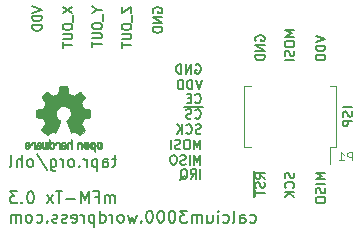
<source format=gbo>
G04 #@! TF.FileFunction,Legend,Bot*
%FSLAX46Y46*%
G04 Gerber Fmt 4.6, Leading zero omitted, Abs format (unit mm)*
G04 Created by KiCad (PCBNEW 4.0.4-stable) date Sunday, October 15, 2017 'PMt' 03:04:39 PM*
%MOMM*%
%LPD*%
G01*
G04 APERTURE LIST*
%ADD10C,0.100000*%
%ADD11C,0.150000*%
%ADD12C,0.120000*%
%ADD13C,0.010000*%
G04 APERTURE END LIST*
D10*
D11*
X67890476Y-59300000D02*
X67966667Y-59261905D01*
X68080952Y-59261905D01*
X68195238Y-59300000D01*
X68271429Y-59376190D01*
X68309524Y-59452381D01*
X68347619Y-59604762D01*
X68347619Y-59719048D01*
X68309524Y-59871429D01*
X68271429Y-59947619D01*
X68195238Y-60023810D01*
X68080952Y-60061905D01*
X68004762Y-60061905D01*
X67890476Y-60023810D01*
X67852381Y-59985714D01*
X67852381Y-59719048D01*
X68004762Y-59719048D01*
X67509524Y-60061905D02*
X67509524Y-59261905D01*
X67052381Y-60061905D01*
X67052381Y-59261905D01*
X66671429Y-60061905D02*
X66671429Y-59261905D01*
X66480953Y-59261905D01*
X66366667Y-59300000D01*
X66290476Y-59376190D01*
X66252381Y-59452381D01*
X66214286Y-59604762D01*
X66214286Y-59719048D01*
X66252381Y-59871429D01*
X66290476Y-59947619D01*
X66366667Y-60023810D01*
X66480953Y-60061905D01*
X66671429Y-60061905D01*
X68347619Y-65123810D02*
X68233333Y-65161905D01*
X68042857Y-65161905D01*
X67966667Y-65123810D01*
X67928571Y-65085714D01*
X67890476Y-65009524D01*
X67890476Y-64933333D01*
X67928571Y-64857143D01*
X67966667Y-64819048D01*
X68042857Y-64780952D01*
X68195238Y-64742857D01*
X68271429Y-64704762D01*
X68309524Y-64666667D01*
X68347619Y-64590476D01*
X68347619Y-64514286D01*
X68309524Y-64438095D01*
X68271429Y-64400000D01*
X68195238Y-64361905D01*
X68004762Y-64361905D01*
X67890476Y-64400000D01*
X67090476Y-65085714D02*
X67128571Y-65123810D01*
X67242857Y-65161905D01*
X67319047Y-65161905D01*
X67433333Y-65123810D01*
X67509524Y-65047619D01*
X67547619Y-64971429D01*
X67585714Y-64819048D01*
X67585714Y-64704762D01*
X67547619Y-64552381D01*
X67509524Y-64476190D01*
X67433333Y-64400000D01*
X67319047Y-64361905D01*
X67242857Y-64361905D01*
X67128571Y-64400000D01*
X67090476Y-64438095D01*
X66747619Y-65161905D02*
X66747619Y-64361905D01*
X66290476Y-65161905D02*
X66633333Y-64704762D01*
X66290476Y-64361905D02*
X66747619Y-64819048D01*
X68309524Y-67761905D02*
X68309524Y-66961905D01*
X68042857Y-67533333D01*
X67776190Y-66961905D01*
X67776190Y-67761905D01*
X67395238Y-67761905D02*
X67395238Y-66961905D01*
X67052381Y-67723810D02*
X66938095Y-67761905D01*
X66747619Y-67761905D01*
X66671429Y-67723810D01*
X66633333Y-67685714D01*
X66595238Y-67609524D01*
X66595238Y-67533333D01*
X66633333Y-67457143D01*
X66671429Y-67419048D01*
X66747619Y-67380952D01*
X66900000Y-67342857D01*
X66976191Y-67304762D01*
X67014286Y-67266667D01*
X67052381Y-67190476D01*
X67052381Y-67114286D01*
X67014286Y-67038095D01*
X66976191Y-67000000D01*
X66900000Y-66961905D01*
X66709524Y-66961905D01*
X66595238Y-67000000D01*
X66100000Y-66961905D02*
X65947619Y-66961905D01*
X65871428Y-67000000D01*
X65795238Y-67076190D01*
X65757143Y-67228571D01*
X65757143Y-67495238D01*
X65795238Y-67647619D01*
X65871428Y-67723810D01*
X65947619Y-67761905D01*
X66100000Y-67761905D01*
X66176190Y-67723810D01*
X66252381Y-67647619D01*
X66290476Y-67495238D01*
X66290476Y-67228571D01*
X66252381Y-67076190D01*
X66176190Y-67000000D01*
X66100000Y-66961905D01*
X68423810Y-60561905D02*
X68157143Y-61361905D01*
X67890476Y-60561905D01*
X67623810Y-61361905D02*
X67623810Y-60561905D01*
X67433334Y-60561905D01*
X67319048Y-60600000D01*
X67242857Y-60676190D01*
X67204762Y-60752381D01*
X67166667Y-60904762D01*
X67166667Y-61019048D01*
X67204762Y-61171429D01*
X67242857Y-61247619D01*
X67319048Y-61323810D01*
X67433334Y-61361905D01*
X67623810Y-61361905D01*
X66823810Y-61361905D02*
X66823810Y-60561905D01*
X66633334Y-60561905D01*
X66519048Y-60600000D01*
X66442857Y-60676190D01*
X66404762Y-60752381D01*
X66366667Y-60904762D01*
X66366667Y-61019048D01*
X66404762Y-61171429D01*
X66442857Y-61247619D01*
X66519048Y-61323810D01*
X66633334Y-61361905D01*
X66823810Y-61361905D01*
X68309524Y-66461905D02*
X68309524Y-65661905D01*
X68042857Y-66233333D01*
X67776190Y-65661905D01*
X67776190Y-66461905D01*
X67242857Y-65661905D02*
X67090476Y-65661905D01*
X67014285Y-65700000D01*
X66938095Y-65776190D01*
X66900000Y-65928571D01*
X66900000Y-66195238D01*
X66938095Y-66347619D01*
X67014285Y-66423810D01*
X67090476Y-66461905D01*
X67242857Y-66461905D01*
X67319047Y-66423810D01*
X67395238Y-66347619D01*
X67433333Y-66195238D01*
X67433333Y-65928571D01*
X67395238Y-65776190D01*
X67319047Y-65700000D01*
X67242857Y-65661905D01*
X66595238Y-66423810D02*
X66480952Y-66461905D01*
X66290476Y-66461905D01*
X66214286Y-66423810D01*
X66176190Y-66385714D01*
X66138095Y-66309524D01*
X66138095Y-66233333D01*
X66176190Y-66157143D01*
X66214286Y-66119048D01*
X66290476Y-66080952D01*
X66442857Y-66042857D01*
X66519048Y-66004762D01*
X66557143Y-65966667D01*
X66595238Y-65890476D01*
X66595238Y-65814286D01*
X66557143Y-65738095D01*
X66519048Y-65700000D01*
X66442857Y-65661905D01*
X66252381Y-65661905D01*
X66138095Y-65700000D01*
X65795238Y-66461905D02*
X65795238Y-65661905D01*
X81161905Y-62919048D02*
X80361905Y-62919048D01*
X81123810Y-63261905D02*
X81161905Y-63376191D01*
X81161905Y-63566667D01*
X81123810Y-63642857D01*
X81085714Y-63680953D01*
X81009524Y-63719048D01*
X80933333Y-63719048D01*
X80857143Y-63680953D01*
X80819048Y-63642857D01*
X80780952Y-63566667D01*
X80742857Y-63414286D01*
X80704762Y-63338095D01*
X80666667Y-63300000D01*
X80590476Y-63261905D01*
X80514286Y-63261905D01*
X80438095Y-63300000D01*
X80400000Y-63338095D01*
X80361905Y-63414286D01*
X80361905Y-63604762D01*
X80400000Y-63719048D01*
X81161905Y-64061905D02*
X80361905Y-64061905D01*
X80361905Y-64366667D01*
X80400000Y-64442858D01*
X80438095Y-64480953D01*
X80514286Y-64519048D01*
X80628571Y-64519048D01*
X80704762Y-64480953D01*
X80742857Y-64442858D01*
X80780952Y-64366667D01*
X80780952Y-64061905D01*
X61047619Y-71027381D02*
X61047619Y-70360714D01*
X61047619Y-70455952D02*
X61000000Y-70408333D01*
X60904762Y-70360714D01*
X60761904Y-70360714D01*
X60666666Y-70408333D01*
X60619047Y-70503571D01*
X60619047Y-71027381D01*
X60619047Y-70503571D02*
X60571428Y-70408333D01*
X60476190Y-70360714D01*
X60333333Y-70360714D01*
X60238095Y-70408333D01*
X60190476Y-70503571D01*
X60190476Y-71027381D01*
X59380952Y-70503571D02*
X59714286Y-70503571D01*
X59714286Y-71027381D02*
X59714286Y-70027381D01*
X59238095Y-70027381D01*
X58857143Y-71027381D02*
X58857143Y-70027381D01*
X58523809Y-70741667D01*
X58190476Y-70027381D01*
X58190476Y-71027381D01*
X57714286Y-70646429D02*
X56952381Y-70646429D01*
X56619048Y-70027381D02*
X56047619Y-70027381D01*
X56333334Y-71027381D02*
X56333334Y-70027381D01*
X55809524Y-71027381D02*
X55285714Y-70360714D01*
X55809524Y-70360714D02*
X55285714Y-71027381D01*
X53952381Y-70027381D02*
X53857142Y-70027381D01*
X53761904Y-70075000D01*
X53714285Y-70122619D01*
X53666666Y-70217857D01*
X53619047Y-70408333D01*
X53619047Y-70646429D01*
X53666666Y-70836905D01*
X53714285Y-70932143D01*
X53761904Y-70979762D01*
X53857142Y-71027381D01*
X53952381Y-71027381D01*
X54047619Y-70979762D01*
X54095238Y-70932143D01*
X54142857Y-70836905D01*
X54190476Y-70646429D01*
X54190476Y-70408333D01*
X54142857Y-70217857D01*
X54095238Y-70122619D01*
X54047619Y-70075000D01*
X53952381Y-70027381D01*
X53190476Y-70932143D02*
X53142857Y-70979762D01*
X53190476Y-71027381D01*
X53238095Y-70979762D01*
X53190476Y-70932143D01*
X53190476Y-71027381D01*
X52809524Y-70027381D02*
X52190476Y-70027381D01*
X52523810Y-70408333D01*
X52380952Y-70408333D01*
X52285714Y-70455952D01*
X52238095Y-70503571D01*
X52190476Y-70598810D01*
X52190476Y-70836905D01*
X52238095Y-70932143D01*
X52285714Y-70979762D01*
X52380952Y-71027381D01*
X52666667Y-71027381D01*
X52761905Y-70979762D01*
X52809524Y-70932143D01*
X72523810Y-72629762D02*
X72619048Y-72677381D01*
X72809525Y-72677381D01*
X72904763Y-72629762D01*
X72952382Y-72582143D01*
X73000001Y-72486905D01*
X73000001Y-72201190D01*
X72952382Y-72105952D01*
X72904763Y-72058333D01*
X72809525Y-72010714D01*
X72619048Y-72010714D01*
X72523810Y-72058333D01*
X71666667Y-72677381D02*
X71666667Y-72153571D01*
X71714286Y-72058333D01*
X71809524Y-72010714D01*
X72000001Y-72010714D01*
X72095239Y-72058333D01*
X71666667Y-72629762D02*
X71761905Y-72677381D01*
X72000001Y-72677381D01*
X72095239Y-72629762D01*
X72142858Y-72534524D01*
X72142858Y-72439286D01*
X72095239Y-72344048D01*
X72000001Y-72296429D01*
X71761905Y-72296429D01*
X71666667Y-72248810D01*
X71047620Y-72677381D02*
X71142858Y-72629762D01*
X71190477Y-72534524D01*
X71190477Y-71677381D01*
X70238095Y-72629762D02*
X70333333Y-72677381D01*
X70523810Y-72677381D01*
X70619048Y-72629762D01*
X70666667Y-72582143D01*
X70714286Y-72486905D01*
X70714286Y-72201190D01*
X70666667Y-72105952D01*
X70619048Y-72058333D01*
X70523810Y-72010714D01*
X70333333Y-72010714D01*
X70238095Y-72058333D01*
X69809524Y-72677381D02*
X69809524Y-72010714D01*
X69809524Y-71677381D02*
X69857143Y-71725000D01*
X69809524Y-71772619D01*
X69761905Y-71725000D01*
X69809524Y-71677381D01*
X69809524Y-71772619D01*
X68904762Y-72010714D02*
X68904762Y-72677381D01*
X69333334Y-72010714D02*
X69333334Y-72534524D01*
X69285715Y-72629762D01*
X69190477Y-72677381D01*
X69047619Y-72677381D01*
X68952381Y-72629762D01*
X68904762Y-72582143D01*
X68428572Y-72677381D02*
X68428572Y-72010714D01*
X68428572Y-72105952D02*
X68380953Y-72058333D01*
X68285715Y-72010714D01*
X68142857Y-72010714D01*
X68047619Y-72058333D01*
X68000000Y-72153571D01*
X68000000Y-72677381D01*
X68000000Y-72153571D02*
X67952381Y-72058333D01*
X67857143Y-72010714D01*
X67714286Y-72010714D01*
X67619048Y-72058333D01*
X67571429Y-72153571D01*
X67571429Y-72677381D01*
X67190477Y-71677381D02*
X66571429Y-71677381D01*
X66904763Y-72058333D01*
X66761905Y-72058333D01*
X66666667Y-72105952D01*
X66619048Y-72153571D01*
X66571429Y-72248810D01*
X66571429Y-72486905D01*
X66619048Y-72582143D01*
X66666667Y-72629762D01*
X66761905Y-72677381D01*
X67047620Y-72677381D01*
X67142858Y-72629762D01*
X67190477Y-72582143D01*
X65952382Y-71677381D02*
X65857143Y-71677381D01*
X65761905Y-71725000D01*
X65714286Y-71772619D01*
X65666667Y-71867857D01*
X65619048Y-72058333D01*
X65619048Y-72296429D01*
X65666667Y-72486905D01*
X65714286Y-72582143D01*
X65761905Y-72629762D01*
X65857143Y-72677381D01*
X65952382Y-72677381D01*
X66047620Y-72629762D01*
X66095239Y-72582143D01*
X66142858Y-72486905D01*
X66190477Y-72296429D01*
X66190477Y-72058333D01*
X66142858Y-71867857D01*
X66095239Y-71772619D01*
X66047620Y-71725000D01*
X65952382Y-71677381D01*
X65000001Y-71677381D02*
X64904762Y-71677381D01*
X64809524Y-71725000D01*
X64761905Y-71772619D01*
X64714286Y-71867857D01*
X64666667Y-72058333D01*
X64666667Y-72296429D01*
X64714286Y-72486905D01*
X64761905Y-72582143D01*
X64809524Y-72629762D01*
X64904762Y-72677381D01*
X65000001Y-72677381D01*
X65095239Y-72629762D01*
X65142858Y-72582143D01*
X65190477Y-72486905D01*
X65238096Y-72296429D01*
X65238096Y-72058333D01*
X65190477Y-71867857D01*
X65142858Y-71772619D01*
X65095239Y-71725000D01*
X65000001Y-71677381D01*
X64047620Y-71677381D02*
X63952381Y-71677381D01*
X63857143Y-71725000D01*
X63809524Y-71772619D01*
X63761905Y-71867857D01*
X63714286Y-72058333D01*
X63714286Y-72296429D01*
X63761905Y-72486905D01*
X63809524Y-72582143D01*
X63857143Y-72629762D01*
X63952381Y-72677381D01*
X64047620Y-72677381D01*
X64142858Y-72629762D01*
X64190477Y-72582143D01*
X64238096Y-72486905D01*
X64285715Y-72296429D01*
X64285715Y-72058333D01*
X64238096Y-71867857D01*
X64190477Y-71772619D01*
X64142858Y-71725000D01*
X64047620Y-71677381D01*
X63285715Y-72582143D02*
X63238096Y-72629762D01*
X63285715Y-72677381D01*
X63333334Y-72629762D01*
X63285715Y-72582143D01*
X63285715Y-72677381D01*
X62904763Y-72010714D02*
X62714287Y-72677381D01*
X62523810Y-72201190D01*
X62333334Y-72677381D01*
X62142858Y-72010714D01*
X61619049Y-72677381D02*
X61714287Y-72629762D01*
X61761906Y-72582143D01*
X61809525Y-72486905D01*
X61809525Y-72201190D01*
X61761906Y-72105952D01*
X61714287Y-72058333D01*
X61619049Y-72010714D01*
X61476191Y-72010714D01*
X61380953Y-72058333D01*
X61333334Y-72105952D01*
X61285715Y-72201190D01*
X61285715Y-72486905D01*
X61333334Y-72582143D01*
X61380953Y-72629762D01*
X61476191Y-72677381D01*
X61619049Y-72677381D01*
X60857144Y-72677381D02*
X60857144Y-72010714D01*
X60857144Y-72201190D02*
X60809525Y-72105952D01*
X60761906Y-72058333D01*
X60666668Y-72010714D01*
X60571429Y-72010714D01*
X59809524Y-72677381D02*
X59809524Y-71677381D01*
X59809524Y-72629762D02*
X59904762Y-72677381D01*
X60095239Y-72677381D01*
X60190477Y-72629762D01*
X60238096Y-72582143D01*
X60285715Y-72486905D01*
X60285715Y-72201190D01*
X60238096Y-72105952D01*
X60190477Y-72058333D01*
X60095239Y-72010714D01*
X59904762Y-72010714D01*
X59809524Y-72058333D01*
X59333334Y-72010714D02*
X59333334Y-73010714D01*
X59333334Y-72058333D02*
X59238096Y-72010714D01*
X59047619Y-72010714D01*
X58952381Y-72058333D01*
X58904762Y-72105952D01*
X58857143Y-72201190D01*
X58857143Y-72486905D01*
X58904762Y-72582143D01*
X58952381Y-72629762D01*
X59047619Y-72677381D01*
X59238096Y-72677381D01*
X59333334Y-72629762D01*
X58428572Y-72677381D02*
X58428572Y-72010714D01*
X58428572Y-72201190D02*
X58380953Y-72105952D01*
X58333334Y-72058333D01*
X58238096Y-72010714D01*
X58142857Y-72010714D01*
X57428571Y-72629762D02*
X57523809Y-72677381D01*
X57714286Y-72677381D01*
X57809524Y-72629762D01*
X57857143Y-72534524D01*
X57857143Y-72153571D01*
X57809524Y-72058333D01*
X57714286Y-72010714D01*
X57523809Y-72010714D01*
X57428571Y-72058333D01*
X57380952Y-72153571D01*
X57380952Y-72248810D01*
X57857143Y-72344048D01*
X57000000Y-72629762D02*
X56904762Y-72677381D01*
X56714286Y-72677381D01*
X56619047Y-72629762D01*
X56571428Y-72534524D01*
X56571428Y-72486905D01*
X56619047Y-72391667D01*
X56714286Y-72344048D01*
X56857143Y-72344048D01*
X56952381Y-72296429D01*
X57000000Y-72201190D01*
X57000000Y-72153571D01*
X56952381Y-72058333D01*
X56857143Y-72010714D01*
X56714286Y-72010714D01*
X56619047Y-72058333D01*
X56190476Y-72629762D02*
X56095238Y-72677381D01*
X55904762Y-72677381D01*
X55809523Y-72629762D01*
X55761904Y-72534524D01*
X55761904Y-72486905D01*
X55809523Y-72391667D01*
X55904762Y-72344048D01*
X56047619Y-72344048D01*
X56142857Y-72296429D01*
X56190476Y-72201190D01*
X56190476Y-72153571D01*
X56142857Y-72058333D01*
X56047619Y-72010714D01*
X55904762Y-72010714D01*
X55809523Y-72058333D01*
X55333333Y-72582143D02*
X55285714Y-72629762D01*
X55333333Y-72677381D01*
X55380952Y-72629762D01*
X55333333Y-72582143D01*
X55333333Y-72677381D01*
X54428571Y-72629762D02*
X54523809Y-72677381D01*
X54714286Y-72677381D01*
X54809524Y-72629762D01*
X54857143Y-72582143D01*
X54904762Y-72486905D01*
X54904762Y-72201190D01*
X54857143Y-72105952D01*
X54809524Y-72058333D01*
X54714286Y-72010714D01*
X54523809Y-72010714D01*
X54428571Y-72058333D01*
X53857143Y-72677381D02*
X53952381Y-72629762D01*
X54000000Y-72582143D01*
X54047619Y-72486905D01*
X54047619Y-72201190D01*
X54000000Y-72105952D01*
X53952381Y-72058333D01*
X53857143Y-72010714D01*
X53714285Y-72010714D01*
X53619047Y-72058333D01*
X53571428Y-72105952D01*
X53523809Y-72201190D01*
X53523809Y-72486905D01*
X53571428Y-72582143D01*
X53619047Y-72629762D01*
X53714285Y-72677381D01*
X53857143Y-72677381D01*
X53095238Y-72677381D02*
X53095238Y-72010714D01*
X53095238Y-72105952D02*
X53047619Y-72058333D01*
X52952381Y-72010714D01*
X52809523Y-72010714D01*
X52714285Y-72058333D01*
X52666666Y-72153571D01*
X52666666Y-72677381D01*
X52666666Y-72153571D02*
X52619047Y-72058333D01*
X52523809Y-72010714D01*
X52380952Y-72010714D01*
X52285714Y-72058333D01*
X52238095Y-72153571D01*
X52238095Y-72677381D01*
X61190478Y-67285714D02*
X60809526Y-67285714D01*
X61047621Y-66952381D02*
X61047621Y-67809524D01*
X61000002Y-67904762D01*
X60904764Y-67952381D01*
X60809526Y-67952381D01*
X60047620Y-67952381D02*
X60047620Y-67428571D01*
X60095239Y-67333333D01*
X60190477Y-67285714D01*
X60380954Y-67285714D01*
X60476192Y-67333333D01*
X60047620Y-67904762D02*
X60142858Y-67952381D01*
X60380954Y-67952381D01*
X60476192Y-67904762D01*
X60523811Y-67809524D01*
X60523811Y-67714286D01*
X60476192Y-67619048D01*
X60380954Y-67571429D01*
X60142858Y-67571429D01*
X60047620Y-67523810D01*
X59571430Y-67285714D02*
X59571430Y-68285714D01*
X59571430Y-67333333D02*
X59476192Y-67285714D01*
X59285715Y-67285714D01*
X59190477Y-67333333D01*
X59142858Y-67380952D01*
X59095239Y-67476190D01*
X59095239Y-67761905D01*
X59142858Y-67857143D01*
X59190477Y-67904762D01*
X59285715Y-67952381D01*
X59476192Y-67952381D01*
X59571430Y-67904762D01*
X58666668Y-67952381D02*
X58666668Y-67285714D01*
X58666668Y-67476190D02*
X58619049Y-67380952D01*
X58571430Y-67333333D01*
X58476192Y-67285714D01*
X58380953Y-67285714D01*
X58047620Y-67857143D02*
X58000001Y-67904762D01*
X58047620Y-67952381D01*
X58095239Y-67904762D01*
X58047620Y-67857143D01*
X58047620Y-67952381D01*
X57428573Y-67952381D02*
X57523811Y-67904762D01*
X57571430Y-67857143D01*
X57619049Y-67761905D01*
X57619049Y-67476190D01*
X57571430Y-67380952D01*
X57523811Y-67333333D01*
X57428573Y-67285714D01*
X57285715Y-67285714D01*
X57190477Y-67333333D01*
X57142858Y-67380952D01*
X57095239Y-67476190D01*
X57095239Y-67761905D01*
X57142858Y-67857143D01*
X57190477Y-67904762D01*
X57285715Y-67952381D01*
X57428573Y-67952381D01*
X56666668Y-67952381D02*
X56666668Y-67285714D01*
X56666668Y-67476190D02*
X56619049Y-67380952D01*
X56571430Y-67333333D01*
X56476192Y-67285714D01*
X56380953Y-67285714D01*
X55619048Y-67285714D02*
X55619048Y-68095238D01*
X55666667Y-68190476D01*
X55714286Y-68238095D01*
X55809525Y-68285714D01*
X55952382Y-68285714D01*
X56047620Y-68238095D01*
X55619048Y-67904762D02*
X55714286Y-67952381D01*
X55904763Y-67952381D01*
X56000001Y-67904762D01*
X56047620Y-67857143D01*
X56095239Y-67761905D01*
X56095239Y-67476190D01*
X56047620Y-67380952D01*
X56000001Y-67333333D01*
X55904763Y-67285714D01*
X55714286Y-67285714D01*
X55619048Y-67333333D01*
X54428572Y-66904762D02*
X55285715Y-68190476D01*
X53952382Y-67952381D02*
X54047620Y-67904762D01*
X54095239Y-67857143D01*
X54142858Y-67761905D01*
X54142858Y-67476190D01*
X54095239Y-67380952D01*
X54047620Y-67333333D01*
X53952382Y-67285714D01*
X53809524Y-67285714D01*
X53714286Y-67333333D01*
X53666667Y-67380952D01*
X53619048Y-67476190D01*
X53619048Y-67761905D01*
X53666667Y-67857143D01*
X53714286Y-67904762D01*
X53809524Y-67952381D01*
X53952382Y-67952381D01*
X53190477Y-67952381D02*
X53190477Y-66952381D01*
X52761905Y-67952381D02*
X52761905Y-67428571D01*
X52809524Y-67333333D01*
X52904762Y-67285714D01*
X53047620Y-67285714D01*
X53142858Y-67333333D01*
X53190477Y-67380952D01*
X52142858Y-67952381D02*
X52238096Y-67904762D01*
X52285715Y-67809524D01*
X52285715Y-66952381D01*
X73761905Y-68947619D02*
X73380952Y-68680952D01*
X73761905Y-68490476D02*
X72961905Y-68490476D01*
X72961905Y-68795238D01*
X73000000Y-68871429D01*
X73038095Y-68909524D01*
X73114286Y-68947619D01*
X73228571Y-68947619D01*
X73304762Y-68909524D01*
X73342857Y-68871429D01*
X73380952Y-68795238D01*
X73380952Y-68490476D01*
X73723810Y-69252381D02*
X73761905Y-69366667D01*
X73761905Y-69557143D01*
X73723810Y-69633333D01*
X73685714Y-69671429D01*
X73609524Y-69709524D01*
X73533333Y-69709524D01*
X73457143Y-69671429D01*
X73419048Y-69633333D01*
X73380952Y-69557143D01*
X73342857Y-69404762D01*
X73304762Y-69328571D01*
X73266667Y-69290476D01*
X73190476Y-69252381D01*
X73114286Y-69252381D01*
X73038095Y-69290476D01*
X73000000Y-69328571D01*
X72961905Y-69404762D01*
X72961905Y-69595238D01*
X73000000Y-69709524D01*
X72961905Y-69938095D02*
X72961905Y-70395238D01*
X73761905Y-70166667D02*
X72961905Y-70166667D01*
X72824000Y-68300000D02*
X72824000Y-70471429D01*
X68309524Y-68961905D02*
X68309524Y-68161905D01*
X67471429Y-68961905D02*
X67738096Y-68580952D01*
X67928572Y-68961905D02*
X67928572Y-68161905D01*
X67623810Y-68161905D01*
X67547619Y-68200000D01*
X67509524Y-68238095D01*
X67471429Y-68314286D01*
X67471429Y-68428571D01*
X67509524Y-68504762D01*
X67547619Y-68542857D01*
X67623810Y-68580952D01*
X67928572Y-68580952D01*
X66595238Y-69038095D02*
X66671429Y-69000000D01*
X66747619Y-68923810D01*
X66861905Y-68809524D01*
X66938096Y-68771429D01*
X67014286Y-68771429D01*
X66976191Y-68961905D02*
X67052381Y-68923810D01*
X67128572Y-68847619D01*
X67166667Y-68695238D01*
X67166667Y-68428571D01*
X67128572Y-68276190D01*
X67052381Y-68200000D01*
X66976191Y-68161905D01*
X66823810Y-68161905D01*
X66747619Y-68200000D01*
X66671429Y-68276190D01*
X66633334Y-68428571D01*
X66633334Y-68695238D01*
X66671429Y-68847619D01*
X66747619Y-68923810D01*
X66823810Y-68961905D01*
X66976191Y-68961905D01*
X78861905Y-68490476D02*
X78061905Y-68490476D01*
X78633333Y-68757143D01*
X78061905Y-69023810D01*
X78861905Y-69023810D01*
X78861905Y-69404762D02*
X78061905Y-69404762D01*
X78823810Y-69747619D02*
X78861905Y-69861905D01*
X78861905Y-70052381D01*
X78823810Y-70128571D01*
X78785714Y-70166667D01*
X78709524Y-70204762D01*
X78633333Y-70204762D01*
X78557143Y-70166667D01*
X78519048Y-70128571D01*
X78480952Y-70052381D01*
X78442857Y-69900000D01*
X78404762Y-69823809D01*
X78366667Y-69785714D01*
X78290476Y-69747619D01*
X78214286Y-69747619D01*
X78138095Y-69785714D01*
X78100000Y-69823809D01*
X78061905Y-69900000D01*
X78061905Y-70090476D01*
X78100000Y-70204762D01*
X78061905Y-70700000D02*
X78061905Y-70852381D01*
X78100000Y-70928572D01*
X78176190Y-71004762D01*
X78328571Y-71042857D01*
X78595238Y-71042857D01*
X78747619Y-71004762D01*
X78823810Y-70928572D01*
X78861905Y-70852381D01*
X78861905Y-70700000D01*
X78823810Y-70623810D01*
X78747619Y-70547619D01*
X78595238Y-70509524D01*
X78328571Y-70509524D01*
X78176190Y-70547619D01*
X78100000Y-70623810D01*
X78061905Y-70700000D01*
X76261905Y-56395238D02*
X75461905Y-56395238D01*
X76033333Y-56661905D01*
X75461905Y-56928572D01*
X76261905Y-56928572D01*
X75461905Y-57461905D02*
X75461905Y-57614286D01*
X75500000Y-57690477D01*
X75576190Y-57766667D01*
X75728571Y-57804762D01*
X75995238Y-57804762D01*
X76147619Y-57766667D01*
X76223810Y-57690477D01*
X76261905Y-57614286D01*
X76261905Y-57461905D01*
X76223810Y-57385715D01*
X76147619Y-57309524D01*
X75995238Y-57271429D01*
X75728571Y-57271429D01*
X75576190Y-57309524D01*
X75500000Y-57385715D01*
X75461905Y-57461905D01*
X76223810Y-58109524D02*
X76261905Y-58223810D01*
X76261905Y-58414286D01*
X76223810Y-58490476D01*
X76185714Y-58528572D01*
X76109524Y-58566667D01*
X76033333Y-58566667D01*
X75957143Y-58528572D01*
X75919048Y-58490476D01*
X75880952Y-58414286D01*
X75842857Y-58261905D01*
X75804762Y-58185714D01*
X75766667Y-58147619D01*
X75690476Y-58109524D01*
X75614286Y-58109524D01*
X75538095Y-58147619D01*
X75500000Y-58185714D01*
X75461905Y-58261905D01*
X75461905Y-58452381D01*
X75500000Y-58566667D01*
X76261905Y-58909524D02*
X75461905Y-58909524D01*
X76223810Y-68452381D02*
X76261905Y-68566667D01*
X76261905Y-68757143D01*
X76223810Y-68833333D01*
X76185714Y-68871429D01*
X76109524Y-68909524D01*
X76033333Y-68909524D01*
X75957143Y-68871429D01*
X75919048Y-68833333D01*
X75880952Y-68757143D01*
X75842857Y-68604762D01*
X75804762Y-68528571D01*
X75766667Y-68490476D01*
X75690476Y-68452381D01*
X75614286Y-68452381D01*
X75538095Y-68490476D01*
X75500000Y-68528571D01*
X75461905Y-68604762D01*
X75461905Y-68795238D01*
X75500000Y-68909524D01*
X76185714Y-69709524D02*
X76223810Y-69671429D01*
X76261905Y-69557143D01*
X76261905Y-69480953D01*
X76223810Y-69366667D01*
X76147619Y-69290476D01*
X76071429Y-69252381D01*
X75919048Y-69214286D01*
X75804762Y-69214286D01*
X75652381Y-69252381D01*
X75576190Y-69290476D01*
X75500000Y-69366667D01*
X75461905Y-69480953D01*
X75461905Y-69557143D01*
X75500000Y-69671429D01*
X75538095Y-69709524D01*
X76261905Y-70052381D02*
X75461905Y-70052381D01*
X76261905Y-70509524D02*
X75804762Y-70166667D01*
X75461905Y-70509524D02*
X75919048Y-70052381D01*
X67852381Y-63785714D02*
X67890476Y-63823810D01*
X68004762Y-63861905D01*
X68080952Y-63861905D01*
X68195238Y-63823810D01*
X68271429Y-63747619D01*
X68309524Y-63671429D01*
X68347619Y-63519048D01*
X68347619Y-63404762D01*
X68309524Y-63252381D01*
X68271429Y-63176190D01*
X68195238Y-63100000D01*
X68080952Y-63061905D01*
X68004762Y-63061905D01*
X67890476Y-63100000D01*
X67852381Y-63138095D01*
X67547619Y-63823810D02*
X67433333Y-63861905D01*
X67242857Y-63861905D01*
X67166667Y-63823810D01*
X67128571Y-63785714D01*
X67090476Y-63709524D01*
X67090476Y-63633333D01*
X67128571Y-63557143D01*
X67166667Y-63519048D01*
X67242857Y-63480952D01*
X67395238Y-63442857D01*
X67471429Y-63404762D01*
X67509524Y-63366667D01*
X67547619Y-63290476D01*
X67547619Y-63214286D01*
X67509524Y-63138095D01*
X67471429Y-63100000D01*
X67395238Y-63061905D01*
X67204762Y-63061905D01*
X67090476Y-63100000D01*
X68500000Y-62924000D02*
X66938095Y-62924000D01*
X67852381Y-62485714D02*
X67890476Y-62523810D01*
X68004762Y-62561905D01*
X68080952Y-62561905D01*
X68195238Y-62523810D01*
X68271429Y-62447619D01*
X68309524Y-62371429D01*
X68347619Y-62219048D01*
X68347619Y-62104762D01*
X68309524Y-61952381D01*
X68271429Y-61876190D01*
X68195238Y-61800000D01*
X68080952Y-61761905D01*
X68004762Y-61761905D01*
X67890476Y-61800000D01*
X67852381Y-61838095D01*
X67509524Y-62142857D02*
X67242857Y-62142857D01*
X67128571Y-62561905D02*
X67509524Y-62561905D01*
X67509524Y-61761905D01*
X67128571Y-61761905D01*
X78061905Y-56890476D02*
X78861905Y-57157143D01*
X78061905Y-57423810D01*
X78861905Y-57690476D02*
X78061905Y-57690476D01*
X78061905Y-57880952D01*
X78100000Y-57995238D01*
X78176190Y-58071429D01*
X78252381Y-58109524D01*
X78404762Y-58147619D01*
X78519048Y-58147619D01*
X78671429Y-58109524D01*
X78747619Y-58071429D01*
X78823810Y-57995238D01*
X78861905Y-57880952D01*
X78861905Y-57690476D01*
X78861905Y-58490476D02*
X78061905Y-58490476D01*
X78061905Y-58680952D01*
X78100000Y-58795238D01*
X78176190Y-58871429D01*
X78252381Y-58909524D01*
X78404762Y-58947619D01*
X78519048Y-58947619D01*
X78671429Y-58909524D01*
X78747619Y-58871429D01*
X78823810Y-58795238D01*
X78861905Y-58680952D01*
X78861905Y-58490476D01*
X73000000Y-57271429D02*
X72961905Y-57195238D01*
X72961905Y-57080953D01*
X73000000Y-56966667D01*
X73076190Y-56890476D01*
X73152381Y-56852381D01*
X73304762Y-56814286D01*
X73419048Y-56814286D01*
X73571429Y-56852381D01*
X73647619Y-56890476D01*
X73723810Y-56966667D01*
X73761905Y-57080953D01*
X73761905Y-57157143D01*
X73723810Y-57271429D01*
X73685714Y-57309524D01*
X73419048Y-57309524D01*
X73419048Y-57157143D01*
X73761905Y-57652381D02*
X72961905Y-57652381D01*
X73761905Y-58109524D01*
X72961905Y-58109524D01*
X73761905Y-58490476D02*
X72961905Y-58490476D01*
X72961905Y-58680952D01*
X73000000Y-58795238D01*
X73076190Y-58871429D01*
X73152381Y-58909524D01*
X73304762Y-58947619D01*
X73419048Y-58947619D01*
X73571429Y-58909524D01*
X73647619Y-58871429D01*
X73723810Y-58795238D01*
X73761905Y-58680952D01*
X73761905Y-58490476D01*
X64300000Y-54909524D02*
X64261905Y-54833333D01*
X64261905Y-54719048D01*
X64300000Y-54604762D01*
X64376190Y-54528571D01*
X64452381Y-54490476D01*
X64604762Y-54452381D01*
X64719048Y-54452381D01*
X64871429Y-54490476D01*
X64947619Y-54528571D01*
X65023810Y-54604762D01*
X65061905Y-54719048D01*
X65061905Y-54795238D01*
X65023810Y-54909524D01*
X64985714Y-54947619D01*
X64719048Y-54947619D01*
X64719048Y-54795238D01*
X65061905Y-55290476D02*
X64261905Y-55290476D01*
X65061905Y-55747619D01*
X64261905Y-55747619D01*
X65061905Y-56128571D02*
X64261905Y-56128571D01*
X64261905Y-56319047D01*
X64300000Y-56433333D01*
X64376190Y-56509524D01*
X64452381Y-56547619D01*
X64604762Y-56585714D01*
X64719048Y-56585714D01*
X64871429Y-56547619D01*
X64947619Y-56509524D01*
X65023810Y-56433333D01*
X65061905Y-56319047D01*
X65061905Y-56128571D01*
X61661905Y-54414286D02*
X61661905Y-54947619D01*
X62461905Y-54414286D01*
X62461905Y-54947619D01*
X62538095Y-55061905D02*
X62538095Y-55671429D01*
X61661905Y-56014286D02*
X61661905Y-56166667D01*
X61700000Y-56242858D01*
X61776190Y-56319048D01*
X61928571Y-56357143D01*
X62195238Y-56357143D01*
X62347619Y-56319048D01*
X62423810Y-56242858D01*
X62461905Y-56166667D01*
X62461905Y-56014286D01*
X62423810Y-55938096D01*
X62347619Y-55861905D01*
X62195238Y-55823810D01*
X61928571Y-55823810D01*
X61776190Y-55861905D01*
X61700000Y-55938096D01*
X61661905Y-56014286D01*
X61661905Y-56700000D02*
X62309524Y-56700000D01*
X62385714Y-56738095D01*
X62423810Y-56776191D01*
X62461905Y-56852381D01*
X62461905Y-57004762D01*
X62423810Y-57080953D01*
X62385714Y-57119048D01*
X62309524Y-57157143D01*
X61661905Y-57157143D01*
X61661905Y-57423809D02*
X61661905Y-57880952D01*
X62461905Y-57652381D02*
X61661905Y-57652381D01*
X59580952Y-54642857D02*
X59961905Y-54642857D01*
X59161905Y-54376190D02*
X59580952Y-54642857D01*
X59161905Y-54909524D01*
X60038095Y-54985714D02*
X60038095Y-55595238D01*
X59161905Y-55938095D02*
X59161905Y-56090476D01*
X59200000Y-56166667D01*
X59276190Y-56242857D01*
X59428571Y-56280952D01*
X59695238Y-56280952D01*
X59847619Y-56242857D01*
X59923810Y-56166667D01*
X59961905Y-56090476D01*
X59961905Y-55938095D01*
X59923810Y-55861905D01*
X59847619Y-55785714D01*
X59695238Y-55747619D01*
X59428571Y-55747619D01*
X59276190Y-55785714D01*
X59200000Y-55861905D01*
X59161905Y-55938095D01*
X59161905Y-56623809D02*
X59809524Y-56623809D01*
X59885714Y-56661904D01*
X59923810Y-56700000D01*
X59961905Y-56776190D01*
X59961905Y-56928571D01*
X59923810Y-57004762D01*
X59885714Y-57042857D01*
X59809524Y-57080952D01*
X59161905Y-57080952D01*
X59161905Y-57347618D02*
X59161905Y-57804761D01*
X59961905Y-57576190D02*
X59161905Y-57576190D01*
X56661905Y-54414286D02*
X57461905Y-54947619D01*
X56661905Y-54947619D02*
X57461905Y-54414286D01*
X57538095Y-55061905D02*
X57538095Y-55671429D01*
X56661905Y-56014286D02*
X56661905Y-56166667D01*
X56700000Y-56242858D01*
X56776190Y-56319048D01*
X56928571Y-56357143D01*
X57195238Y-56357143D01*
X57347619Y-56319048D01*
X57423810Y-56242858D01*
X57461905Y-56166667D01*
X57461905Y-56014286D01*
X57423810Y-55938096D01*
X57347619Y-55861905D01*
X57195238Y-55823810D01*
X56928571Y-55823810D01*
X56776190Y-55861905D01*
X56700000Y-55938096D01*
X56661905Y-56014286D01*
X56661905Y-56700000D02*
X57309524Y-56700000D01*
X57385714Y-56738095D01*
X57423810Y-56776191D01*
X57461905Y-56852381D01*
X57461905Y-57004762D01*
X57423810Y-57080953D01*
X57385714Y-57119048D01*
X57309524Y-57157143D01*
X56661905Y-57157143D01*
X56661905Y-57423809D02*
X56661905Y-57880952D01*
X57461905Y-57652381D02*
X56661905Y-57652381D01*
X54061905Y-54376190D02*
X54861905Y-54642857D01*
X54061905Y-54909524D01*
X54861905Y-55176190D02*
X54061905Y-55176190D01*
X54061905Y-55366666D01*
X54100000Y-55480952D01*
X54176190Y-55557143D01*
X54252381Y-55595238D01*
X54404762Y-55633333D01*
X54519048Y-55633333D01*
X54671429Y-55595238D01*
X54747619Y-55557143D01*
X54823810Y-55480952D01*
X54861905Y-55366666D01*
X54861905Y-55176190D01*
X54861905Y-55976190D02*
X54061905Y-55976190D01*
X54061905Y-56166666D01*
X54100000Y-56280952D01*
X54176190Y-56357143D01*
X54252381Y-56395238D01*
X54404762Y-56433333D01*
X54519048Y-56433333D01*
X54671429Y-56395238D01*
X54747619Y-56357143D01*
X54823810Y-56280952D01*
X54861905Y-56166666D01*
X54861905Y-55976190D01*
D12*
X79240000Y-66300000D02*
X79770000Y-66300000D01*
X79770000Y-66300000D02*
X79770000Y-61100000D01*
X79770000Y-61100000D02*
X79240000Y-61100000D01*
X72560000Y-66300000D02*
X72030000Y-66300000D01*
X72030000Y-66300000D02*
X72030000Y-61100000D01*
X72030000Y-61100000D02*
X72560000Y-61100000D01*
X79240000Y-67720000D02*
X79240000Y-66300000D01*
D13*
G36*
X59100256Y-65819918D02*
X59044799Y-65847568D01*
X58995852Y-65898480D01*
X58982371Y-65917338D01*
X58967686Y-65942015D01*
X58958158Y-65968816D01*
X58952707Y-66004587D01*
X58950253Y-66056169D01*
X58949714Y-66124267D01*
X58952148Y-66217588D01*
X58960606Y-66287657D01*
X58976826Y-66339931D01*
X59002546Y-66379869D01*
X59039503Y-66412929D01*
X59042218Y-66414886D01*
X59078640Y-66434908D01*
X59122498Y-66444815D01*
X59178276Y-66447257D01*
X59268952Y-66447257D01*
X59268990Y-66535283D01*
X59269834Y-66584308D01*
X59274976Y-66613065D01*
X59288413Y-66630311D01*
X59314142Y-66644808D01*
X59320321Y-66647769D01*
X59349236Y-66661648D01*
X59371624Y-66670414D01*
X59388271Y-66671171D01*
X59399964Y-66661023D01*
X59407490Y-66637073D01*
X59411634Y-66596426D01*
X59413185Y-66536186D01*
X59412929Y-66453455D01*
X59411651Y-66345339D01*
X59411252Y-66313000D01*
X59409815Y-66201524D01*
X59408528Y-66128603D01*
X59269029Y-66128603D01*
X59268245Y-66190499D01*
X59264760Y-66230997D01*
X59256876Y-66257708D01*
X59242895Y-66278244D01*
X59233403Y-66288260D01*
X59194596Y-66317567D01*
X59160237Y-66319952D01*
X59124784Y-66295750D01*
X59123886Y-66294857D01*
X59109461Y-66276153D01*
X59100687Y-66250732D01*
X59096261Y-66211584D01*
X59094882Y-66151697D01*
X59094857Y-66138430D01*
X59098188Y-66055901D01*
X59109031Y-65998691D01*
X59128660Y-65963766D01*
X59158350Y-65948094D01*
X59175509Y-65946514D01*
X59216234Y-65953926D01*
X59244168Y-65978330D01*
X59260983Y-66022980D01*
X59268350Y-66091130D01*
X59269029Y-66128603D01*
X59408528Y-66128603D01*
X59408292Y-66115245D01*
X59406323Y-66050333D01*
X59403550Y-66002958D01*
X59399612Y-65969290D01*
X59394151Y-65945498D01*
X59386808Y-65927753D01*
X59377223Y-65912224D01*
X59373113Y-65906381D01*
X59318595Y-65851185D01*
X59249664Y-65819890D01*
X59169928Y-65811165D01*
X59100256Y-65819918D01*
X59100256Y-65819918D01*
G37*
X59100256Y-65819918D02*
X59044799Y-65847568D01*
X58995852Y-65898480D01*
X58982371Y-65917338D01*
X58967686Y-65942015D01*
X58958158Y-65968816D01*
X58952707Y-66004587D01*
X58950253Y-66056169D01*
X58949714Y-66124267D01*
X58952148Y-66217588D01*
X58960606Y-66287657D01*
X58976826Y-66339931D01*
X59002546Y-66379869D01*
X59039503Y-66412929D01*
X59042218Y-66414886D01*
X59078640Y-66434908D01*
X59122498Y-66444815D01*
X59178276Y-66447257D01*
X59268952Y-66447257D01*
X59268990Y-66535283D01*
X59269834Y-66584308D01*
X59274976Y-66613065D01*
X59288413Y-66630311D01*
X59314142Y-66644808D01*
X59320321Y-66647769D01*
X59349236Y-66661648D01*
X59371624Y-66670414D01*
X59388271Y-66671171D01*
X59399964Y-66661023D01*
X59407490Y-66637073D01*
X59411634Y-66596426D01*
X59413185Y-66536186D01*
X59412929Y-66453455D01*
X59411651Y-66345339D01*
X59411252Y-66313000D01*
X59409815Y-66201524D01*
X59408528Y-66128603D01*
X59269029Y-66128603D01*
X59268245Y-66190499D01*
X59264760Y-66230997D01*
X59256876Y-66257708D01*
X59242895Y-66278244D01*
X59233403Y-66288260D01*
X59194596Y-66317567D01*
X59160237Y-66319952D01*
X59124784Y-66295750D01*
X59123886Y-66294857D01*
X59109461Y-66276153D01*
X59100687Y-66250732D01*
X59096261Y-66211584D01*
X59094882Y-66151697D01*
X59094857Y-66138430D01*
X59098188Y-66055901D01*
X59109031Y-65998691D01*
X59128660Y-65963766D01*
X59158350Y-65948094D01*
X59175509Y-65946514D01*
X59216234Y-65953926D01*
X59244168Y-65978330D01*
X59260983Y-66022980D01*
X59268350Y-66091130D01*
X59269029Y-66128603D01*
X59408528Y-66128603D01*
X59408292Y-66115245D01*
X59406323Y-66050333D01*
X59403550Y-66002958D01*
X59399612Y-65969290D01*
X59394151Y-65945498D01*
X59386808Y-65927753D01*
X59377223Y-65912224D01*
X59373113Y-65906381D01*
X59318595Y-65851185D01*
X59249664Y-65819890D01*
X59169928Y-65811165D01*
X59100256Y-65819918D01*
G36*
X57983907Y-65827780D02*
X57937328Y-65854723D01*
X57904943Y-65881466D01*
X57881258Y-65909484D01*
X57864941Y-65943748D01*
X57854661Y-65989227D01*
X57849086Y-66050892D01*
X57846884Y-66133711D01*
X57846629Y-66193246D01*
X57846629Y-66412391D01*
X57908314Y-66440044D01*
X57970000Y-66467697D01*
X57977257Y-66227670D01*
X57980256Y-66138028D01*
X57983402Y-66072962D01*
X57987299Y-66028026D01*
X57992553Y-65998770D01*
X57999769Y-65980748D01*
X58009550Y-65969511D01*
X58012688Y-65967079D01*
X58060239Y-65948083D01*
X58108303Y-65955600D01*
X58136914Y-65975543D01*
X58148553Y-65989675D01*
X58156609Y-66008220D01*
X58161729Y-66036334D01*
X58164559Y-66079173D01*
X58165744Y-66141895D01*
X58165943Y-66207261D01*
X58165982Y-66289268D01*
X58167386Y-66347316D01*
X58172086Y-66386465D01*
X58182013Y-66411780D01*
X58199097Y-66428323D01*
X58225268Y-66441156D01*
X58260225Y-66454491D01*
X58298404Y-66469007D01*
X58293859Y-66211389D01*
X58292029Y-66118519D01*
X58289888Y-66049889D01*
X58286819Y-66000711D01*
X58282206Y-65966198D01*
X58275432Y-65941562D01*
X58265881Y-65922016D01*
X58254366Y-65904770D01*
X58198810Y-65849680D01*
X58131020Y-65817822D01*
X58057287Y-65810191D01*
X57983907Y-65827780D01*
X57983907Y-65827780D01*
G37*
X57983907Y-65827780D02*
X57937328Y-65854723D01*
X57904943Y-65881466D01*
X57881258Y-65909484D01*
X57864941Y-65943748D01*
X57854661Y-65989227D01*
X57849086Y-66050892D01*
X57846884Y-66133711D01*
X57846629Y-66193246D01*
X57846629Y-66412391D01*
X57908314Y-66440044D01*
X57970000Y-66467697D01*
X57977257Y-66227670D01*
X57980256Y-66138028D01*
X57983402Y-66072962D01*
X57987299Y-66028026D01*
X57992553Y-65998770D01*
X57999769Y-65980748D01*
X58009550Y-65969511D01*
X58012688Y-65967079D01*
X58060239Y-65948083D01*
X58108303Y-65955600D01*
X58136914Y-65975543D01*
X58148553Y-65989675D01*
X58156609Y-66008220D01*
X58161729Y-66036334D01*
X58164559Y-66079173D01*
X58165744Y-66141895D01*
X58165943Y-66207261D01*
X58165982Y-66289268D01*
X58167386Y-66347316D01*
X58172086Y-66386465D01*
X58182013Y-66411780D01*
X58199097Y-66428323D01*
X58225268Y-66441156D01*
X58260225Y-66454491D01*
X58298404Y-66469007D01*
X58293859Y-66211389D01*
X58292029Y-66118519D01*
X58289888Y-66049889D01*
X58286819Y-66000711D01*
X58282206Y-65966198D01*
X58275432Y-65941562D01*
X58265881Y-65922016D01*
X58254366Y-65904770D01*
X58198810Y-65849680D01*
X58131020Y-65817822D01*
X58057287Y-65810191D01*
X57983907Y-65827780D01*
G36*
X59658885Y-65821962D02*
X59590855Y-65857733D01*
X59540649Y-65915301D01*
X59522815Y-65952312D01*
X59508937Y-66007882D01*
X59501833Y-66078096D01*
X59501160Y-66154727D01*
X59506573Y-66229552D01*
X59517730Y-66294342D01*
X59534286Y-66340873D01*
X59539374Y-66348887D01*
X59599645Y-66408707D01*
X59671231Y-66444535D01*
X59748908Y-66455020D01*
X59827452Y-66438810D01*
X59849311Y-66429092D01*
X59891878Y-66399143D01*
X59929237Y-66359433D01*
X59932768Y-66354397D01*
X59947119Y-66330124D01*
X59956606Y-66304178D01*
X59962210Y-66270022D01*
X59964914Y-66221119D01*
X59965701Y-66150935D01*
X59965714Y-66135200D01*
X59965678Y-66130192D01*
X59820571Y-66130192D01*
X59819727Y-66196430D01*
X59816404Y-66240386D01*
X59809417Y-66268779D01*
X59797584Y-66288325D01*
X59791543Y-66294857D01*
X59756814Y-66319680D01*
X59723097Y-66318548D01*
X59689005Y-66297016D01*
X59668671Y-66274029D01*
X59656629Y-66240478D01*
X59649866Y-66187569D01*
X59649402Y-66181399D01*
X59648248Y-66085513D01*
X59660312Y-66014299D01*
X59685430Y-65968194D01*
X59723440Y-65947635D01*
X59737008Y-65946514D01*
X59772636Y-65952152D01*
X59797006Y-65971686D01*
X59811907Y-66009042D01*
X59819125Y-66068150D01*
X59820571Y-66130192D01*
X59965678Y-66130192D01*
X59965174Y-66060413D01*
X59962904Y-66008159D01*
X59957932Y-65971949D01*
X59949287Y-65945299D01*
X59935995Y-65921722D01*
X59933057Y-65917338D01*
X59883687Y-65858249D01*
X59829891Y-65823947D01*
X59764398Y-65810331D01*
X59742158Y-65809665D01*
X59658885Y-65821962D01*
X59658885Y-65821962D01*
G37*
X59658885Y-65821962D02*
X59590855Y-65857733D01*
X59540649Y-65915301D01*
X59522815Y-65952312D01*
X59508937Y-66007882D01*
X59501833Y-66078096D01*
X59501160Y-66154727D01*
X59506573Y-66229552D01*
X59517730Y-66294342D01*
X59534286Y-66340873D01*
X59539374Y-66348887D01*
X59599645Y-66408707D01*
X59671231Y-66444535D01*
X59748908Y-66455020D01*
X59827452Y-66438810D01*
X59849311Y-66429092D01*
X59891878Y-66399143D01*
X59929237Y-66359433D01*
X59932768Y-66354397D01*
X59947119Y-66330124D01*
X59956606Y-66304178D01*
X59962210Y-66270022D01*
X59964914Y-66221119D01*
X59965701Y-66150935D01*
X59965714Y-66135200D01*
X59965678Y-66130192D01*
X59820571Y-66130192D01*
X59819727Y-66196430D01*
X59816404Y-66240386D01*
X59809417Y-66268779D01*
X59797584Y-66288325D01*
X59791543Y-66294857D01*
X59756814Y-66319680D01*
X59723097Y-66318548D01*
X59689005Y-66297016D01*
X59668671Y-66274029D01*
X59656629Y-66240478D01*
X59649866Y-66187569D01*
X59649402Y-66181399D01*
X59648248Y-66085513D01*
X59660312Y-66014299D01*
X59685430Y-65968194D01*
X59723440Y-65947635D01*
X59737008Y-65946514D01*
X59772636Y-65952152D01*
X59797006Y-65971686D01*
X59811907Y-66009042D01*
X59819125Y-66068150D01*
X59820571Y-66130192D01*
X59965678Y-66130192D01*
X59965174Y-66060413D01*
X59962904Y-66008159D01*
X59957932Y-65971949D01*
X59949287Y-65945299D01*
X59935995Y-65921722D01*
X59933057Y-65917338D01*
X59883687Y-65858249D01*
X59829891Y-65823947D01*
X59764398Y-65810331D01*
X59742158Y-65809665D01*
X59658885Y-65821962D01*
G36*
X58531697Y-65831239D02*
X58474473Y-65869735D01*
X58430251Y-65925335D01*
X58403833Y-65996086D01*
X58398490Y-66048162D01*
X58399097Y-66069893D01*
X58404178Y-66086531D01*
X58418145Y-66101437D01*
X58445411Y-66117973D01*
X58490388Y-66139498D01*
X58557489Y-66169374D01*
X58557829Y-66169524D01*
X58619593Y-66197813D01*
X58670241Y-66222933D01*
X58704596Y-66242179D01*
X58717482Y-66252848D01*
X58717486Y-66252934D01*
X58706128Y-66276166D01*
X58679569Y-66301774D01*
X58649077Y-66320221D01*
X58633630Y-66323886D01*
X58591485Y-66311212D01*
X58555192Y-66279471D01*
X58537483Y-66244572D01*
X58520448Y-66218845D01*
X58487078Y-66189546D01*
X58447851Y-66164235D01*
X58413244Y-66150471D01*
X58406007Y-66149714D01*
X58397861Y-66162160D01*
X58397370Y-66193972D01*
X58403357Y-66236866D01*
X58414643Y-66282558D01*
X58430050Y-66322761D01*
X58430829Y-66324322D01*
X58477196Y-66389062D01*
X58537289Y-66433097D01*
X58605535Y-66454711D01*
X58676362Y-66452185D01*
X58744196Y-66423804D01*
X58747212Y-66421808D01*
X58800573Y-66373448D01*
X58835660Y-66310352D01*
X58855078Y-66227387D01*
X58857684Y-66204078D01*
X58862299Y-66094055D01*
X58856767Y-66042748D01*
X58717486Y-66042748D01*
X58715676Y-66074753D01*
X58705778Y-66084093D01*
X58681102Y-66077105D01*
X58642205Y-66060587D01*
X58598725Y-66039881D01*
X58597644Y-66039333D01*
X58560791Y-66019949D01*
X58546000Y-66007013D01*
X58549647Y-65993451D01*
X58565005Y-65975632D01*
X58604077Y-65949845D01*
X58646154Y-65947950D01*
X58683897Y-65966717D01*
X58709966Y-66002915D01*
X58717486Y-66042748D01*
X58856767Y-66042748D01*
X58852806Y-66006027D01*
X58828450Y-65936212D01*
X58794544Y-65887302D01*
X58733347Y-65837878D01*
X58665937Y-65813359D01*
X58597120Y-65811797D01*
X58531697Y-65831239D01*
X58531697Y-65831239D01*
G37*
X58531697Y-65831239D02*
X58474473Y-65869735D01*
X58430251Y-65925335D01*
X58403833Y-65996086D01*
X58398490Y-66048162D01*
X58399097Y-66069893D01*
X58404178Y-66086531D01*
X58418145Y-66101437D01*
X58445411Y-66117973D01*
X58490388Y-66139498D01*
X58557489Y-66169374D01*
X58557829Y-66169524D01*
X58619593Y-66197813D01*
X58670241Y-66222933D01*
X58704596Y-66242179D01*
X58717482Y-66252848D01*
X58717486Y-66252934D01*
X58706128Y-66276166D01*
X58679569Y-66301774D01*
X58649077Y-66320221D01*
X58633630Y-66323886D01*
X58591485Y-66311212D01*
X58555192Y-66279471D01*
X58537483Y-66244572D01*
X58520448Y-66218845D01*
X58487078Y-66189546D01*
X58447851Y-66164235D01*
X58413244Y-66150471D01*
X58406007Y-66149714D01*
X58397861Y-66162160D01*
X58397370Y-66193972D01*
X58403357Y-66236866D01*
X58414643Y-66282558D01*
X58430050Y-66322761D01*
X58430829Y-66324322D01*
X58477196Y-66389062D01*
X58537289Y-66433097D01*
X58605535Y-66454711D01*
X58676362Y-66452185D01*
X58744196Y-66423804D01*
X58747212Y-66421808D01*
X58800573Y-66373448D01*
X58835660Y-66310352D01*
X58855078Y-66227387D01*
X58857684Y-66204078D01*
X58862299Y-66094055D01*
X58856767Y-66042748D01*
X58717486Y-66042748D01*
X58715676Y-66074753D01*
X58705778Y-66084093D01*
X58681102Y-66077105D01*
X58642205Y-66060587D01*
X58598725Y-66039881D01*
X58597644Y-66039333D01*
X58560791Y-66019949D01*
X58546000Y-66007013D01*
X58549647Y-65993451D01*
X58565005Y-65975632D01*
X58604077Y-65949845D01*
X58646154Y-65947950D01*
X58683897Y-65966717D01*
X58709966Y-66002915D01*
X58717486Y-66042748D01*
X58856767Y-66042748D01*
X58852806Y-66006027D01*
X58828450Y-65936212D01*
X58794544Y-65887302D01*
X58733347Y-65837878D01*
X58665937Y-65813359D01*
X58597120Y-65811797D01*
X58531697Y-65831239D01*
G36*
X57324114Y-65751289D02*
X57319861Y-65810613D01*
X57314975Y-65845572D01*
X57308205Y-65860820D01*
X57298298Y-65861015D01*
X57295086Y-65859195D01*
X57252356Y-65846015D01*
X57196773Y-65846785D01*
X57140263Y-65860333D01*
X57104918Y-65877861D01*
X57068679Y-65905861D01*
X57042187Y-65937549D01*
X57024001Y-65977813D01*
X57012678Y-66031543D01*
X57006778Y-66103626D01*
X57004857Y-66198951D01*
X57004823Y-66217237D01*
X57004800Y-66422646D01*
X57050509Y-66438580D01*
X57082973Y-66449420D01*
X57100785Y-66454468D01*
X57101309Y-66454514D01*
X57103063Y-66440828D01*
X57104556Y-66403076D01*
X57105674Y-66346224D01*
X57106303Y-66275234D01*
X57106400Y-66232073D01*
X57106602Y-66146973D01*
X57107642Y-66085981D01*
X57110169Y-66044177D01*
X57114836Y-66016642D01*
X57122293Y-65998456D01*
X57133189Y-65984698D01*
X57139993Y-65978073D01*
X57186728Y-65951375D01*
X57237728Y-65949375D01*
X57283999Y-65971955D01*
X57292556Y-65980107D01*
X57305107Y-65995436D01*
X57313812Y-66013618D01*
X57319369Y-66039909D01*
X57322474Y-66079562D01*
X57323824Y-66137832D01*
X57324114Y-66218173D01*
X57324114Y-66422646D01*
X57369823Y-66438580D01*
X57402287Y-66449420D01*
X57420099Y-66454468D01*
X57420623Y-66454514D01*
X57421963Y-66440623D01*
X57423172Y-66401439D01*
X57424199Y-66340700D01*
X57424998Y-66262141D01*
X57425519Y-66169498D01*
X57425714Y-66066509D01*
X57425714Y-65669342D01*
X57378543Y-65649444D01*
X57331371Y-65629547D01*
X57324114Y-65751289D01*
X57324114Y-65751289D01*
G37*
X57324114Y-65751289D02*
X57319861Y-65810613D01*
X57314975Y-65845572D01*
X57308205Y-65860820D01*
X57298298Y-65861015D01*
X57295086Y-65859195D01*
X57252356Y-65846015D01*
X57196773Y-65846785D01*
X57140263Y-65860333D01*
X57104918Y-65877861D01*
X57068679Y-65905861D01*
X57042187Y-65937549D01*
X57024001Y-65977813D01*
X57012678Y-66031543D01*
X57006778Y-66103626D01*
X57004857Y-66198951D01*
X57004823Y-66217237D01*
X57004800Y-66422646D01*
X57050509Y-66438580D01*
X57082973Y-66449420D01*
X57100785Y-66454468D01*
X57101309Y-66454514D01*
X57103063Y-66440828D01*
X57104556Y-66403076D01*
X57105674Y-66346224D01*
X57106303Y-66275234D01*
X57106400Y-66232073D01*
X57106602Y-66146973D01*
X57107642Y-66085981D01*
X57110169Y-66044177D01*
X57114836Y-66016642D01*
X57122293Y-65998456D01*
X57133189Y-65984698D01*
X57139993Y-65978073D01*
X57186728Y-65951375D01*
X57237728Y-65949375D01*
X57283999Y-65971955D01*
X57292556Y-65980107D01*
X57305107Y-65995436D01*
X57313812Y-66013618D01*
X57319369Y-66039909D01*
X57322474Y-66079562D01*
X57323824Y-66137832D01*
X57324114Y-66218173D01*
X57324114Y-66422646D01*
X57369823Y-66438580D01*
X57402287Y-66449420D01*
X57420099Y-66454468D01*
X57420623Y-66454514D01*
X57421963Y-66440623D01*
X57423172Y-66401439D01*
X57424199Y-66340700D01*
X57424998Y-66262141D01*
X57425519Y-66169498D01*
X57425714Y-66066509D01*
X57425714Y-65669342D01*
X57378543Y-65649444D01*
X57331371Y-65629547D01*
X57324114Y-65751289D01*
G36*
X56660256Y-65850968D02*
X56603384Y-65872087D01*
X56602733Y-65872493D01*
X56567560Y-65898380D01*
X56541593Y-65928633D01*
X56523330Y-65968058D01*
X56511268Y-66021462D01*
X56503904Y-66093651D01*
X56499736Y-66189432D01*
X56499371Y-66203078D01*
X56494124Y-66408842D01*
X56538284Y-66431678D01*
X56570237Y-66447110D01*
X56589530Y-66454423D01*
X56590422Y-66454514D01*
X56593761Y-66441022D01*
X56596413Y-66404626D01*
X56598044Y-66351452D01*
X56598400Y-66308393D01*
X56598408Y-66238641D01*
X56601597Y-66194837D01*
X56612712Y-66173944D01*
X56636499Y-66172925D01*
X56677704Y-66188741D01*
X56739914Y-66217815D01*
X56785659Y-66241963D01*
X56809187Y-66262913D01*
X56816104Y-66285747D01*
X56816114Y-66286877D01*
X56804701Y-66326212D01*
X56770908Y-66347462D01*
X56719191Y-66350539D01*
X56681939Y-66350006D01*
X56662297Y-66360735D01*
X56650048Y-66386505D01*
X56642998Y-66419337D01*
X56653158Y-66437966D01*
X56656983Y-66440632D01*
X56692999Y-66451340D01*
X56743434Y-66452856D01*
X56795374Y-66445759D01*
X56832178Y-66432788D01*
X56883062Y-66389585D01*
X56911986Y-66329446D01*
X56917714Y-66282462D01*
X56913343Y-66240082D01*
X56897525Y-66205488D01*
X56866203Y-66174763D01*
X56815322Y-66143990D01*
X56740824Y-66109252D01*
X56736286Y-66107288D01*
X56669179Y-66076287D01*
X56627768Y-66050862D01*
X56610019Y-66028014D01*
X56613893Y-66004745D01*
X56637357Y-65978056D01*
X56644373Y-65971914D01*
X56691370Y-65948100D01*
X56740067Y-65949103D01*
X56782478Y-65972451D01*
X56810616Y-66015675D01*
X56813231Y-66024160D01*
X56838692Y-66065308D01*
X56870999Y-66085128D01*
X56917714Y-66104770D01*
X56917714Y-66053950D01*
X56903504Y-65980082D01*
X56861325Y-65912327D01*
X56839376Y-65889661D01*
X56789483Y-65860569D01*
X56726033Y-65847400D01*
X56660256Y-65850968D01*
X56660256Y-65850968D01*
G37*
X56660256Y-65850968D02*
X56603384Y-65872087D01*
X56602733Y-65872493D01*
X56567560Y-65898380D01*
X56541593Y-65928633D01*
X56523330Y-65968058D01*
X56511268Y-66021462D01*
X56503904Y-66093651D01*
X56499736Y-66189432D01*
X56499371Y-66203078D01*
X56494124Y-66408842D01*
X56538284Y-66431678D01*
X56570237Y-66447110D01*
X56589530Y-66454423D01*
X56590422Y-66454514D01*
X56593761Y-66441022D01*
X56596413Y-66404626D01*
X56598044Y-66351452D01*
X56598400Y-66308393D01*
X56598408Y-66238641D01*
X56601597Y-66194837D01*
X56612712Y-66173944D01*
X56636499Y-66172925D01*
X56677704Y-66188741D01*
X56739914Y-66217815D01*
X56785659Y-66241963D01*
X56809187Y-66262913D01*
X56816104Y-66285747D01*
X56816114Y-66286877D01*
X56804701Y-66326212D01*
X56770908Y-66347462D01*
X56719191Y-66350539D01*
X56681939Y-66350006D01*
X56662297Y-66360735D01*
X56650048Y-66386505D01*
X56642998Y-66419337D01*
X56653158Y-66437966D01*
X56656983Y-66440632D01*
X56692999Y-66451340D01*
X56743434Y-66452856D01*
X56795374Y-66445759D01*
X56832178Y-66432788D01*
X56883062Y-66389585D01*
X56911986Y-66329446D01*
X56917714Y-66282462D01*
X56913343Y-66240082D01*
X56897525Y-66205488D01*
X56866203Y-66174763D01*
X56815322Y-66143990D01*
X56740824Y-66109252D01*
X56736286Y-66107288D01*
X56669179Y-66076287D01*
X56627768Y-66050862D01*
X56610019Y-66028014D01*
X56613893Y-66004745D01*
X56637357Y-65978056D01*
X56644373Y-65971914D01*
X56691370Y-65948100D01*
X56740067Y-65949103D01*
X56782478Y-65972451D01*
X56810616Y-66015675D01*
X56813231Y-66024160D01*
X56838692Y-66065308D01*
X56870999Y-66085128D01*
X56917714Y-66104770D01*
X56917714Y-66053950D01*
X56903504Y-65980082D01*
X56861325Y-65912327D01*
X56839376Y-65889661D01*
X56789483Y-65860569D01*
X56726033Y-65847400D01*
X56660256Y-65850968D01*
G36*
X56170074Y-65849755D02*
X56104142Y-65874084D01*
X56050727Y-65917117D01*
X56029836Y-65947409D01*
X56007061Y-66002994D01*
X56007534Y-66043186D01*
X56031438Y-66070217D01*
X56040283Y-66074813D01*
X56078470Y-66089144D01*
X56097972Y-66085472D01*
X56104578Y-66061407D01*
X56104914Y-66048114D01*
X56117008Y-65999210D01*
X56148529Y-65964999D01*
X56192341Y-65948476D01*
X56241305Y-65952634D01*
X56281106Y-65974227D01*
X56294550Y-65986544D01*
X56304079Y-66001487D01*
X56310515Y-66024075D01*
X56314683Y-66059328D01*
X56317403Y-66112266D01*
X56319498Y-66187907D01*
X56320040Y-66211857D01*
X56322019Y-66293790D01*
X56324269Y-66351455D01*
X56327643Y-66389608D01*
X56332994Y-66413004D01*
X56341176Y-66426398D01*
X56353041Y-66434545D01*
X56360638Y-66438144D01*
X56392898Y-66450452D01*
X56411889Y-66454514D01*
X56418164Y-66440948D01*
X56421994Y-66399934D01*
X56423400Y-66330999D01*
X56422402Y-66233669D01*
X56422092Y-66218657D01*
X56419899Y-66129859D01*
X56417307Y-66065019D01*
X56413618Y-66019067D01*
X56408136Y-65986935D01*
X56400165Y-65963553D01*
X56389007Y-65943852D01*
X56383170Y-65935410D01*
X56349704Y-65898057D01*
X56312273Y-65869003D01*
X56307691Y-65866467D01*
X56240574Y-65846443D01*
X56170074Y-65849755D01*
X56170074Y-65849755D01*
G37*
X56170074Y-65849755D02*
X56104142Y-65874084D01*
X56050727Y-65917117D01*
X56029836Y-65947409D01*
X56007061Y-66002994D01*
X56007534Y-66043186D01*
X56031438Y-66070217D01*
X56040283Y-66074813D01*
X56078470Y-66089144D01*
X56097972Y-66085472D01*
X56104578Y-66061407D01*
X56104914Y-66048114D01*
X56117008Y-65999210D01*
X56148529Y-65964999D01*
X56192341Y-65948476D01*
X56241305Y-65952634D01*
X56281106Y-65974227D01*
X56294550Y-65986544D01*
X56304079Y-66001487D01*
X56310515Y-66024075D01*
X56314683Y-66059328D01*
X56317403Y-66112266D01*
X56319498Y-66187907D01*
X56320040Y-66211857D01*
X56322019Y-66293790D01*
X56324269Y-66351455D01*
X56327643Y-66389608D01*
X56332994Y-66413004D01*
X56341176Y-66426398D01*
X56353041Y-66434545D01*
X56360638Y-66438144D01*
X56392898Y-66450452D01*
X56411889Y-66454514D01*
X56418164Y-66440948D01*
X56421994Y-66399934D01*
X56423400Y-66330999D01*
X56422402Y-66233669D01*
X56422092Y-66218657D01*
X56419899Y-66129859D01*
X56417307Y-66065019D01*
X56413618Y-66019067D01*
X56408136Y-65986935D01*
X56400165Y-65963553D01*
X56389007Y-65943852D01*
X56383170Y-65935410D01*
X56349704Y-65898057D01*
X56312273Y-65869003D01*
X56307691Y-65866467D01*
X56240574Y-65846443D01*
X56170074Y-65849755D01*
G36*
X55509883Y-65965358D02*
X55510067Y-66073837D01*
X55510781Y-66157287D01*
X55512325Y-66219704D01*
X55514999Y-66265085D01*
X55519106Y-66297429D01*
X55524945Y-66320733D01*
X55532818Y-66338995D01*
X55538779Y-66349418D01*
X55588145Y-66405945D01*
X55650736Y-66441377D01*
X55719987Y-66454090D01*
X55789332Y-66442463D01*
X55830625Y-66421568D01*
X55873975Y-66385422D01*
X55903519Y-66341276D01*
X55921345Y-66283462D01*
X55929537Y-66206313D01*
X55930698Y-66149714D01*
X55930542Y-66145647D01*
X55829143Y-66145647D01*
X55828524Y-66210550D01*
X55825686Y-66253514D01*
X55819160Y-66281622D01*
X55807477Y-66301953D01*
X55793517Y-66317288D01*
X55746635Y-66346890D01*
X55696299Y-66349419D01*
X55648724Y-66324705D01*
X55645021Y-66321356D01*
X55629217Y-66303935D01*
X55619307Y-66283209D01*
X55613942Y-66252362D01*
X55611772Y-66204577D01*
X55611429Y-66151748D01*
X55612173Y-66085381D01*
X55615252Y-66041106D01*
X55621939Y-66012009D01*
X55633504Y-65991173D01*
X55642987Y-65980107D01*
X55687040Y-65952198D01*
X55737776Y-65948843D01*
X55786204Y-65970159D01*
X55795550Y-65978073D01*
X55811460Y-65995647D01*
X55821390Y-66016587D01*
X55826722Y-66047782D01*
X55828837Y-66096122D01*
X55829143Y-66145647D01*
X55930542Y-66145647D01*
X55927190Y-66058568D01*
X55915274Y-65990086D01*
X55892865Y-65938600D01*
X55857876Y-65898443D01*
X55830625Y-65877861D01*
X55781093Y-65855625D01*
X55723684Y-65845304D01*
X55670318Y-65848067D01*
X55640457Y-65859212D01*
X55628739Y-65862383D01*
X55620963Y-65850557D01*
X55615535Y-65818866D01*
X55611429Y-65770593D01*
X55606933Y-65716829D01*
X55600687Y-65684482D01*
X55589324Y-65665985D01*
X55569472Y-65653770D01*
X55557000Y-65648362D01*
X55509829Y-65628601D01*
X55509883Y-65965358D01*
X55509883Y-65965358D01*
G37*
X55509883Y-65965358D02*
X55510067Y-66073837D01*
X55510781Y-66157287D01*
X55512325Y-66219704D01*
X55514999Y-66265085D01*
X55519106Y-66297429D01*
X55524945Y-66320733D01*
X55532818Y-66338995D01*
X55538779Y-66349418D01*
X55588145Y-66405945D01*
X55650736Y-66441377D01*
X55719987Y-66454090D01*
X55789332Y-66442463D01*
X55830625Y-66421568D01*
X55873975Y-66385422D01*
X55903519Y-66341276D01*
X55921345Y-66283462D01*
X55929537Y-66206313D01*
X55930698Y-66149714D01*
X55930542Y-66145647D01*
X55829143Y-66145647D01*
X55828524Y-66210550D01*
X55825686Y-66253514D01*
X55819160Y-66281622D01*
X55807477Y-66301953D01*
X55793517Y-66317288D01*
X55746635Y-66346890D01*
X55696299Y-66349419D01*
X55648724Y-66324705D01*
X55645021Y-66321356D01*
X55629217Y-66303935D01*
X55619307Y-66283209D01*
X55613942Y-66252362D01*
X55611772Y-66204577D01*
X55611429Y-66151748D01*
X55612173Y-66085381D01*
X55615252Y-66041106D01*
X55621939Y-66012009D01*
X55633504Y-65991173D01*
X55642987Y-65980107D01*
X55687040Y-65952198D01*
X55737776Y-65948843D01*
X55786204Y-65970159D01*
X55795550Y-65978073D01*
X55811460Y-65995647D01*
X55821390Y-66016587D01*
X55826722Y-66047782D01*
X55828837Y-66096122D01*
X55829143Y-66145647D01*
X55930542Y-66145647D01*
X55927190Y-66058568D01*
X55915274Y-65990086D01*
X55892865Y-65938600D01*
X55857876Y-65898443D01*
X55830625Y-65877861D01*
X55781093Y-65855625D01*
X55723684Y-65845304D01*
X55670318Y-65848067D01*
X55640457Y-65859212D01*
X55628739Y-65862383D01*
X55620963Y-65850557D01*
X55615535Y-65818866D01*
X55611429Y-65770593D01*
X55606933Y-65716829D01*
X55600687Y-65684482D01*
X55589324Y-65665985D01*
X55569472Y-65653770D01*
X55557000Y-65648362D01*
X55509829Y-65628601D01*
X55509883Y-65965358D01*
G36*
X54920167Y-65858663D02*
X54917952Y-65896850D01*
X54916216Y-65954886D01*
X54915101Y-66028180D01*
X54914743Y-66105055D01*
X54914743Y-66365196D01*
X54960674Y-66411127D01*
X54992325Y-66439429D01*
X55020110Y-66450893D01*
X55058085Y-66450168D01*
X55073160Y-66448321D01*
X55120274Y-66442948D01*
X55159244Y-66439869D01*
X55168743Y-66439585D01*
X55200767Y-66441445D01*
X55246568Y-66446114D01*
X55264326Y-66448321D01*
X55307943Y-66451735D01*
X55337255Y-66444320D01*
X55366320Y-66421427D01*
X55376812Y-66411127D01*
X55422743Y-66365196D01*
X55422743Y-65878602D01*
X55385774Y-65861758D01*
X55353941Y-65849282D01*
X55335317Y-65844914D01*
X55330542Y-65858718D01*
X55326079Y-65897286D01*
X55322225Y-65956356D01*
X55319278Y-66031663D01*
X55317857Y-66095286D01*
X55313886Y-66345657D01*
X55279241Y-66350556D01*
X55247732Y-66347131D01*
X55232292Y-66336041D01*
X55227977Y-66315308D01*
X55224292Y-66271145D01*
X55221531Y-66209146D01*
X55219988Y-66134909D01*
X55219765Y-66096706D01*
X55219543Y-65876783D01*
X55173834Y-65860849D01*
X55141482Y-65850015D01*
X55123885Y-65844962D01*
X55123377Y-65844914D01*
X55121612Y-65858648D01*
X55119671Y-65896730D01*
X55117718Y-65954482D01*
X55115916Y-66027227D01*
X55114657Y-66095286D01*
X55110686Y-66345657D01*
X55023600Y-66345657D01*
X55019604Y-66117240D01*
X55015608Y-65888822D01*
X54973153Y-65866868D01*
X54941808Y-65851793D01*
X54923256Y-65844951D01*
X54922721Y-65844914D01*
X54920167Y-65858663D01*
X54920167Y-65858663D01*
G37*
X54920167Y-65858663D02*
X54917952Y-65896850D01*
X54916216Y-65954886D01*
X54915101Y-66028180D01*
X54914743Y-66105055D01*
X54914743Y-66365196D01*
X54960674Y-66411127D01*
X54992325Y-66439429D01*
X55020110Y-66450893D01*
X55058085Y-66450168D01*
X55073160Y-66448321D01*
X55120274Y-66442948D01*
X55159244Y-66439869D01*
X55168743Y-66439585D01*
X55200767Y-66441445D01*
X55246568Y-66446114D01*
X55264326Y-66448321D01*
X55307943Y-66451735D01*
X55337255Y-66444320D01*
X55366320Y-66421427D01*
X55376812Y-66411127D01*
X55422743Y-66365196D01*
X55422743Y-65878602D01*
X55385774Y-65861758D01*
X55353941Y-65849282D01*
X55335317Y-65844914D01*
X55330542Y-65858718D01*
X55326079Y-65897286D01*
X55322225Y-65956356D01*
X55319278Y-66031663D01*
X55317857Y-66095286D01*
X55313886Y-66345657D01*
X55279241Y-66350556D01*
X55247732Y-66347131D01*
X55232292Y-66336041D01*
X55227977Y-66315308D01*
X55224292Y-66271145D01*
X55221531Y-66209146D01*
X55219988Y-66134909D01*
X55219765Y-66096706D01*
X55219543Y-65876783D01*
X55173834Y-65860849D01*
X55141482Y-65850015D01*
X55123885Y-65844962D01*
X55123377Y-65844914D01*
X55121612Y-65858648D01*
X55119671Y-65896730D01*
X55117718Y-65954482D01*
X55115916Y-66027227D01*
X55114657Y-66095286D01*
X55110686Y-66345657D01*
X55023600Y-66345657D01*
X55019604Y-66117240D01*
X55015608Y-65888822D01*
X54973153Y-65866868D01*
X54941808Y-65851793D01*
X54923256Y-65844951D01*
X54922721Y-65844914D01*
X54920167Y-65858663D01*
G36*
X54555124Y-65856335D02*
X54513333Y-65875344D01*
X54480531Y-65898378D01*
X54456497Y-65924133D01*
X54439903Y-65957358D01*
X54429423Y-66002800D01*
X54423729Y-66065207D01*
X54421493Y-66149327D01*
X54421257Y-66204721D01*
X54421257Y-66420826D01*
X54458226Y-66437670D01*
X54487344Y-66449981D01*
X54501769Y-66454514D01*
X54504528Y-66441025D01*
X54506718Y-66404653D01*
X54508058Y-66351542D01*
X54508343Y-66309372D01*
X54509566Y-66248447D01*
X54512864Y-66200115D01*
X54517679Y-66170518D01*
X54521504Y-66164229D01*
X54547217Y-66170652D01*
X54587582Y-66187125D01*
X54634321Y-66209458D01*
X54679155Y-66233457D01*
X54713807Y-66254930D01*
X54729998Y-66269685D01*
X54730062Y-66269845D01*
X54728670Y-66297152D01*
X54716182Y-66323219D01*
X54694257Y-66344392D01*
X54662257Y-66351474D01*
X54634908Y-66350649D01*
X54596174Y-66350042D01*
X54575842Y-66359116D01*
X54563631Y-66383092D01*
X54562091Y-66387613D01*
X54556797Y-66421806D01*
X54570953Y-66442568D01*
X54607852Y-66452462D01*
X54647711Y-66454292D01*
X54719438Y-66440727D01*
X54756568Y-66421355D01*
X54802424Y-66375845D01*
X54826744Y-66319983D01*
X54828927Y-66260957D01*
X54808371Y-66205953D01*
X54777451Y-66171486D01*
X54746580Y-66152189D01*
X54698058Y-66127759D01*
X54641515Y-66102985D01*
X54632090Y-66099199D01*
X54569981Y-66071791D01*
X54534178Y-66047634D01*
X54522663Y-66023619D01*
X54533420Y-65996635D01*
X54551886Y-65975543D01*
X54595531Y-65949572D01*
X54643554Y-65947624D01*
X54687594Y-65967637D01*
X54719291Y-66007551D01*
X54723451Y-66017848D01*
X54747673Y-66055724D01*
X54783035Y-66083842D01*
X54827657Y-66106917D01*
X54827657Y-66041485D01*
X54825031Y-66001506D01*
X54813770Y-65969997D01*
X54788801Y-65936378D01*
X54764831Y-65910484D01*
X54727559Y-65873817D01*
X54698599Y-65854121D01*
X54667495Y-65846220D01*
X54632287Y-65844914D01*
X54555124Y-65856335D01*
X54555124Y-65856335D01*
G37*
X54555124Y-65856335D02*
X54513333Y-65875344D01*
X54480531Y-65898378D01*
X54456497Y-65924133D01*
X54439903Y-65957358D01*
X54429423Y-66002800D01*
X54423729Y-66065207D01*
X54421493Y-66149327D01*
X54421257Y-66204721D01*
X54421257Y-66420826D01*
X54458226Y-66437670D01*
X54487344Y-66449981D01*
X54501769Y-66454514D01*
X54504528Y-66441025D01*
X54506718Y-66404653D01*
X54508058Y-66351542D01*
X54508343Y-66309372D01*
X54509566Y-66248447D01*
X54512864Y-66200115D01*
X54517679Y-66170518D01*
X54521504Y-66164229D01*
X54547217Y-66170652D01*
X54587582Y-66187125D01*
X54634321Y-66209458D01*
X54679155Y-66233457D01*
X54713807Y-66254930D01*
X54729998Y-66269685D01*
X54730062Y-66269845D01*
X54728670Y-66297152D01*
X54716182Y-66323219D01*
X54694257Y-66344392D01*
X54662257Y-66351474D01*
X54634908Y-66350649D01*
X54596174Y-66350042D01*
X54575842Y-66359116D01*
X54563631Y-66383092D01*
X54562091Y-66387613D01*
X54556797Y-66421806D01*
X54570953Y-66442568D01*
X54607852Y-66452462D01*
X54647711Y-66454292D01*
X54719438Y-66440727D01*
X54756568Y-66421355D01*
X54802424Y-66375845D01*
X54826744Y-66319983D01*
X54828927Y-66260957D01*
X54808371Y-66205953D01*
X54777451Y-66171486D01*
X54746580Y-66152189D01*
X54698058Y-66127759D01*
X54641515Y-66102985D01*
X54632090Y-66099199D01*
X54569981Y-66071791D01*
X54534178Y-66047634D01*
X54522663Y-66023619D01*
X54533420Y-65996635D01*
X54551886Y-65975543D01*
X54595531Y-65949572D01*
X54643554Y-65947624D01*
X54687594Y-65967637D01*
X54719291Y-66007551D01*
X54723451Y-66017848D01*
X54747673Y-66055724D01*
X54783035Y-66083842D01*
X54827657Y-66106917D01*
X54827657Y-66041485D01*
X54825031Y-66001506D01*
X54813770Y-65969997D01*
X54788801Y-65936378D01*
X54764831Y-65910484D01*
X54727559Y-65873817D01*
X54698599Y-65854121D01*
X54667495Y-65846220D01*
X54632287Y-65844914D01*
X54555124Y-65856335D01*
G36*
X54047400Y-65858752D02*
X54030052Y-65866334D01*
X53988644Y-65899128D01*
X53953235Y-65946547D01*
X53931336Y-65997151D01*
X53927771Y-66022098D01*
X53939721Y-66056927D01*
X53965933Y-66075357D01*
X53994036Y-66086516D01*
X54006905Y-66088572D01*
X54013171Y-66073649D01*
X54025544Y-66041175D01*
X54030972Y-66026502D01*
X54061410Y-65975744D01*
X54105480Y-65950427D01*
X54161990Y-65951206D01*
X54166175Y-65952203D01*
X54196345Y-65966507D01*
X54218524Y-65994393D01*
X54233673Y-66039287D01*
X54242750Y-66104615D01*
X54246714Y-66193804D01*
X54247086Y-66241261D01*
X54247270Y-66316071D01*
X54248478Y-66367069D01*
X54251691Y-66399471D01*
X54257891Y-66418495D01*
X54268060Y-66429356D01*
X54283181Y-66437272D01*
X54284054Y-66437670D01*
X54313172Y-66449981D01*
X54327597Y-66454514D01*
X54329814Y-66440809D01*
X54331711Y-66402925D01*
X54333153Y-66345715D01*
X54334002Y-66274027D01*
X54334171Y-66221565D01*
X54333308Y-66120047D01*
X54329930Y-66043032D01*
X54322858Y-65986023D01*
X54310912Y-65944526D01*
X54292910Y-65914043D01*
X54267673Y-65890080D01*
X54242753Y-65873355D01*
X54182829Y-65851097D01*
X54113089Y-65846076D01*
X54047400Y-65858752D01*
X54047400Y-65858752D01*
G37*
X54047400Y-65858752D02*
X54030052Y-65866334D01*
X53988644Y-65899128D01*
X53953235Y-65946547D01*
X53931336Y-65997151D01*
X53927771Y-66022098D01*
X53939721Y-66056927D01*
X53965933Y-66075357D01*
X53994036Y-66086516D01*
X54006905Y-66088572D01*
X54013171Y-66073649D01*
X54025544Y-66041175D01*
X54030972Y-66026502D01*
X54061410Y-65975744D01*
X54105480Y-65950427D01*
X54161990Y-65951206D01*
X54166175Y-65952203D01*
X54196345Y-65966507D01*
X54218524Y-65994393D01*
X54233673Y-66039287D01*
X54242750Y-66104615D01*
X54246714Y-66193804D01*
X54247086Y-66241261D01*
X54247270Y-66316071D01*
X54248478Y-66367069D01*
X54251691Y-66399471D01*
X54257891Y-66418495D01*
X54268060Y-66429356D01*
X54283181Y-66437272D01*
X54284054Y-66437670D01*
X54313172Y-66449981D01*
X54327597Y-66454514D01*
X54329814Y-66440809D01*
X54331711Y-66402925D01*
X54333153Y-66345715D01*
X54334002Y-66274027D01*
X54334171Y-66221565D01*
X54333308Y-66120047D01*
X54329930Y-66043032D01*
X54322858Y-65986023D01*
X54310912Y-65944526D01*
X54292910Y-65914043D01*
X54267673Y-65890080D01*
X54242753Y-65873355D01*
X54182829Y-65851097D01*
X54113089Y-65846076D01*
X54047400Y-65858752D01*
G36*
X53546405Y-65866966D02*
X53488979Y-65904497D01*
X53461281Y-65938096D01*
X53439338Y-65999064D01*
X53437595Y-66047308D01*
X53441543Y-66111816D01*
X53590314Y-66176934D01*
X53662651Y-66210202D01*
X53709916Y-66236964D01*
X53734493Y-66260144D01*
X53738763Y-66282667D01*
X53725111Y-66307455D01*
X53710057Y-66323886D01*
X53666254Y-66350235D01*
X53618611Y-66352081D01*
X53574855Y-66331546D01*
X53542711Y-66290752D01*
X53536962Y-66276347D01*
X53509424Y-66231356D01*
X53477742Y-66212182D01*
X53434286Y-66195779D01*
X53434286Y-66257966D01*
X53438128Y-66300283D01*
X53453177Y-66335969D01*
X53484720Y-66376943D01*
X53489408Y-66382267D01*
X53524494Y-66418720D01*
X53554653Y-66438283D01*
X53592385Y-66447283D01*
X53623665Y-66450230D01*
X53679615Y-66450965D01*
X53719445Y-66441660D01*
X53744292Y-66427846D01*
X53783344Y-66397467D01*
X53810375Y-66364613D01*
X53827483Y-66323294D01*
X53836762Y-66267521D01*
X53840307Y-66191305D01*
X53840590Y-66152622D01*
X53839628Y-66106247D01*
X53751993Y-66106247D01*
X53750977Y-66131126D01*
X53748444Y-66135200D01*
X53731726Y-66129665D01*
X53695751Y-66115017D01*
X53647669Y-66094190D01*
X53637614Y-66089714D01*
X53576848Y-66058814D01*
X53543368Y-66031657D01*
X53536010Y-66006220D01*
X53553609Y-65980481D01*
X53568144Y-65969109D01*
X53620590Y-65946364D01*
X53669678Y-65950122D01*
X53710773Y-65977884D01*
X53739242Y-66027152D01*
X53748369Y-66066257D01*
X53751993Y-66106247D01*
X53839628Y-66106247D01*
X53838715Y-66062249D01*
X53831804Y-65995384D01*
X53818116Y-65946695D01*
X53795904Y-65910849D01*
X53763426Y-65882513D01*
X53749267Y-65873355D01*
X53684947Y-65849507D01*
X53614527Y-65848006D01*
X53546405Y-65866966D01*
X53546405Y-65866966D01*
G37*
X53546405Y-65866966D02*
X53488979Y-65904497D01*
X53461281Y-65938096D01*
X53439338Y-65999064D01*
X53437595Y-66047308D01*
X53441543Y-66111816D01*
X53590314Y-66176934D01*
X53662651Y-66210202D01*
X53709916Y-66236964D01*
X53734493Y-66260144D01*
X53738763Y-66282667D01*
X53725111Y-66307455D01*
X53710057Y-66323886D01*
X53666254Y-66350235D01*
X53618611Y-66352081D01*
X53574855Y-66331546D01*
X53542711Y-66290752D01*
X53536962Y-66276347D01*
X53509424Y-66231356D01*
X53477742Y-66212182D01*
X53434286Y-66195779D01*
X53434286Y-66257966D01*
X53438128Y-66300283D01*
X53453177Y-66335969D01*
X53484720Y-66376943D01*
X53489408Y-66382267D01*
X53524494Y-66418720D01*
X53554653Y-66438283D01*
X53592385Y-66447283D01*
X53623665Y-66450230D01*
X53679615Y-66450965D01*
X53719445Y-66441660D01*
X53744292Y-66427846D01*
X53783344Y-66397467D01*
X53810375Y-66364613D01*
X53827483Y-66323294D01*
X53836762Y-66267521D01*
X53840307Y-66191305D01*
X53840590Y-66152622D01*
X53839628Y-66106247D01*
X53751993Y-66106247D01*
X53750977Y-66131126D01*
X53748444Y-66135200D01*
X53731726Y-66129665D01*
X53695751Y-66115017D01*
X53647669Y-66094190D01*
X53637614Y-66089714D01*
X53576848Y-66058814D01*
X53543368Y-66031657D01*
X53536010Y-66006220D01*
X53553609Y-65980481D01*
X53568144Y-65969109D01*
X53620590Y-65946364D01*
X53669678Y-65950122D01*
X53710773Y-65977884D01*
X53739242Y-66027152D01*
X53748369Y-66066257D01*
X53751993Y-66106247D01*
X53839628Y-66106247D01*
X53838715Y-66062249D01*
X53831804Y-65995384D01*
X53818116Y-65946695D01*
X53795904Y-65910849D01*
X53763426Y-65882513D01*
X53749267Y-65873355D01*
X53684947Y-65849507D01*
X53614527Y-65848006D01*
X53546405Y-65866966D01*
G36*
X56596090Y-61142348D02*
X56517546Y-61142778D01*
X56460702Y-61143942D01*
X56421895Y-61146207D01*
X56397462Y-61149940D01*
X56383738Y-61155506D01*
X56377060Y-61163273D01*
X56373764Y-61173605D01*
X56373444Y-61174943D01*
X56368438Y-61199079D01*
X56359171Y-61246701D01*
X56346608Y-61312741D01*
X56331713Y-61392128D01*
X56315449Y-61479796D01*
X56314881Y-61482875D01*
X56298590Y-61568789D01*
X56283348Y-61644696D01*
X56270139Y-61706045D01*
X56259946Y-61748282D01*
X56253752Y-61766855D01*
X56253457Y-61767184D01*
X56235212Y-61776253D01*
X56197595Y-61791367D01*
X56148729Y-61809262D01*
X56148457Y-61809358D01*
X56086907Y-61832493D01*
X56014343Y-61861965D01*
X55945943Y-61891597D01*
X55942706Y-61893062D01*
X55831298Y-61943626D01*
X55584601Y-61775160D01*
X55508923Y-61723803D01*
X55440369Y-61677889D01*
X55382912Y-61640030D01*
X55340524Y-61612837D01*
X55317175Y-61598921D01*
X55314958Y-61597889D01*
X55297990Y-61602484D01*
X55266299Y-61624655D01*
X55218648Y-61665447D01*
X55153802Y-61725905D01*
X55087603Y-61790227D01*
X55023786Y-61853612D01*
X54966671Y-61911451D01*
X54919695Y-61960175D01*
X54886297Y-61996210D01*
X54869915Y-62015984D01*
X54869306Y-62017002D01*
X54867495Y-62030572D01*
X54874317Y-62052733D01*
X54891460Y-62086478D01*
X54920607Y-62134800D01*
X54963445Y-62200692D01*
X55020552Y-62285517D01*
X55071234Y-62360177D01*
X55116539Y-62427140D01*
X55153850Y-62482516D01*
X55180548Y-62522420D01*
X55194015Y-62542962D01*
X55194863Y-62544356D01*
X55193219Y-62564038D01*
X55180755Y-62602293D01*
X55159952Y-62651889D01*
X55152538Y-62667728D01*
X55120186Y-62738290D01*
X55085672Y-62818353D01*
X55057635Y-62887629D01*
X55037432Y-62939045D01*
X55021385Y-62978119D01*
X55012112Y-62998541D01*
X55010959Y-63000114D01*
X54993904Y-63002721D01*
X54953702Y-63009863D01*
X54895698Y-63020523D01*
X54825237Y-63033685D01*
X54747665Y-63048333D01*
X54668328Y-63063449D01*
X54592569Y-63078018D01*
X54525736Y-63091022D01*
X54473172Y-63101445D01*
X54440224Y-63108270D01*
X54432143Y-63110199D01*
X54423795Y-63114962D01*
X54417494Y-63125718D01*
X54412955Y-63146098D01*
X54409896Y-63179734D01*
X54408033Y-63230255D01*
X54407082Y-63301292D01*
X54406760Y-63396476D01*
X54406743Y-63435492D01*
X54406743Y-63752799D01*
X54482943Y-63767839D01*
X54525337Y-63775995D01*
X54588600Y-63787899D01*
X54665038Y-63802116D01*
X54746957Y-63817210D01*
X54769600Y-63821355D01*
X54845194Y-63836053D01*
X54911047Y-63850505D01*
X54961634Y-63863375D01*
X54991426Y-63873322D01*
X54996388Y-63876287D01*
X55008574Y-63897283D01*
X55026047Y-63937967D01*
X55045423Y-63990322D01*
X55049266Y-64001600D01*
X55074661Y-64071523D01*
X55106183Y-64150418D01*
X55137031Y-64221266D01*
X55137183Y-64221595D01*
X55188553Y-64332733D01*
X55019601Y-64581253D01*
X54850648Y-64829772D01*
X55067571Y-65047058D01*
X55133181Y-65111726D01*
X55193021Y-65168733D01*
X55243733Y-65215033D01*
X55281954Y-65247584D01*
X55304325Y-65263343D01*
X55307534Y-65264343D01*
X55326374Y-65256469D01*
X55364820Y-65234578D01*
X55418670Y-65201267D01*
X55483724Y-65159131D01*
X55554060Y-65111943D01*
X55625445Y-65063810D01*
X55689092Y-65021928D01*
X55740959Y-64988871D01*
X55777005Y-64967218D01*
X55793133Y-64959543D01*
X55812811Y-64966037D01*
X55850125Y-64983150D01*
X55897379Y-65007326D01*
X55902388Y-65010013D01*
X55966023Y-65041927D01*
X56009659Y-65057579D01*
X56036798Y-65057745D01*
X56050943Y-65043204D01*
X56051025Y-65043000D01*
X56058095Y-65025779D01*
X56074958Y-64984899D01*
X56100305Y-64923525D01*
X56132829Y-64844819D01*
X56171222Y-64751947D01*
X56214178Y-64648072D01*
X56255778Y-64547502D01*
X56301496Y-64436516D01*
X56343474Y-64333703D01*
X56380452Y-64242215D01*
X56411173Y-64165201D01*
X56434378Y-64105815D01*
X56448810Y-64067209D01*
X56453257Y-64052800D01*
X56442104Y-64036272D01*
X56412931Y-64009930D01*
X56374029Y-63980887D01*
X56263243Y-63889039D01*
X56176649Y-63783759D01*
X56115284Y-63667266D01*
X56080185Y-63541776D01*
X56072392Y-63409507D01*
X56078057Y-63348457D01*
X56108922Y-63221795D01*
X56162080Y-63109941D01*
X56234233Y-63014001D01*
X56322083Y-62935076D01*
X56422335Y-62874270D01*
X56531690Y-62832687D01*
X56646853Y-62811428D01*
X56764525Y-62811599D01*
X56881410Y-62834301D01*
X56994211Y-62880638D01*
X57099631Y-62951713D01*
X57143632Y-62991911D01*
X57228021Y-63095129D01*
X57286778Y-63207925D01*
X57320296Y-63327010D01*
X57328965Y-63449095D01*
X57313177Y-63570893D01*
X57273322Y-63689116D01*
X57209793Y-63800475D01*
X57122979Y-63901684D01*
X57025971Y-63980887D01*
X56985563Y-64011162D01*
X56957018Y-64037219D01*
X56946743Y-64052825D01*
X56952123Y-64069843D01*
X56967425Y-64110500D01*
X56991388Y-64171642D01*
X57022756Y-64250119D01*
X57060268Y-64342780D01*
X57102667Y-64446472D01*
X57144337Y-64547526D01*
X57190310Y-64658607D01*
X57232893Y-64761541D01*
X57270779Y-64853165D01*
X57302660Y-64930316D01*
X57327229Y-64989831D01*
X57343180Y-65028544D01*
X57349090Y-65043000D01*
X57363052Y-65057685D01*
X57390060Y-65057642D01*
X57433587Y-65042099D01*
X57497110Y-65010284D01*
X57497612Y-65010013D01*
X57545440Y-64985323D01*
X57584103Y-64967338D01*
X57605905Y-64959614D01*
X57606867Y-64959543D01*
X57623279Y-64967378D01*
X57659513Y-64989165D01*
X57711526Y-65022328D01*
X57775275Y-65064291D01*
X57845940Y-65111943D01*
X57917884Y-65160191D01*
X57982726Y-65202151D01*
X58036265Y-65235227D01*
X58074303Y-65256821D01*
X58092467Y-65264343D01*
X58109192Y-65254457D01*
X58142820Y-65226826D01*
X58189990Y-65184495D01*
X58247342Y-65130505D01*
X58311516Y-65067899D01*
X58332503Y-65046983D01*
X58549501Y-64829623D01*
X58384332Y-64587220D01*
X58334136Y-64512781D01*
X58290081Y-64445972D01*
X58254638Y-64390665D01*
X58230281Y-64350729D01*
X58219478Y-64330036D01*
X58219162Y-64328563D01*
X58224857Y-64309058D01*
X58240174Y-64269822D01*
X58262463Y-64217430D01*
X58278107Y-64182355D01*
X58307359Y-64115201D01*
X58334906Y-64047358D01*
X58356263Y-63990034D01*
X58362065Y-63972572D01*
X58378548Y-63925938D01*
X58394660Y-63889905D01*
X58403510Y-63876287D01*
X58423040Y-63867952D01*
X58465666Y-63856137D01*
X58525855Y-63842181D01*
X58598078Y-63827422D01*
X58630400Y-63821355D01*
X58712478Y-63806273D01*
X58791205Y-63791669D01*
X58858891Y-63778980D01*
X58907840Y-63769642D01*
X58917057Y-63767839D01*
X58993257Y-63752799D01*
X58993257Y-63435492D01*
X58993086Y-63331154D01*
X58992384Y-63252213D01*
X58990866Y-63195038D01*
X58988251Y-63155999D01*
X58984254Y-63131465D01*
X58978591Y-63117805D01*
X58970980Y-63111389D01*
X58967857Y-63110199D01*
X58949022Y-63105980D01*
X58907412Y-63097562D01*
X58848370Y-63085961D01*
X58777243Y-63072195D01*
X58699375Y-63057280D01*
X58620113Y-63042232D01*
X58544802Y-63028069D01*
X58478787Y-63015806D01*
X58427413Y-63006461D01*
X58396025Y-63001050D01*
X58389041Y-63000114D01*
X58382715Y-62987596D01*
X58368710Y-62954246D01*
X58349645Y-62906377D01*
X58342366Y-62887629D01*
X58313004Y-62815195D01*
X58278429Y-62735170D01*
X58247463Y-62667728D01*
X58224677Y-62616159D01*
X58209518Y-62573785D01*
X58204458Y-62547834D01*
X58205264Y-62544356D01*
X58215959Y-62527936D01*
X58240380Y-62491417D01*
X58275905Y-62438687D01*
X58319913Y-62373635D01*
X58369783Y-62300151D01*
X58379644Y-62285645D01*
X58437508Y-62199704D01*
X58480044Y-62134261D01*
X58508946Y-62086304D01*
X58525910Y-62052820D01*
X58532633Y-62030795D01*
X58530810Y-62017217D01*
X58530764Y-62017131D01*
X58516414Y-61999297D01*
X58484677Y-61964817D01*
X58438990Y-61917268D01*
X58382796Y-61860222D01*
X58319532Y-61797255D01*
X58312398Y-61790227D01*
X58232670Y-61713020D01*
X58171143Y-61656330D01*
X58126579Y-61619110D01*
X58097743Y-61600315D01*
X58085042Y-61597889D01*
X58066506Y-61608471D01*
X58028039Y-61632916D01*
X57973614Y-61668612D01*
X57907202Y-61712947D01*
X57832775Y-61763311D01*
X57815399Y-61775160D01*
X57568703Y-61943626D01*
X57457294Y-61893062D01*
X57389543Y-61863595D01*
X57316817Y-61833959D01*
X57254297Y-61810330D01*
X57251543Y-61809358D01*
X57202640Y-61791457D01*
X57164943Y-61776320D01*
X57146575Y-61767210D01*
X57146544Y-61767184D01*
X57140715Y-61750717D01*
X57130808Y-61710219D01*
X57117805Y-61650242D01*
X57102691Y-61575340D01*
X57086448Y-61490064D01*
X57085119Y-61482875D01*
X57068825Y-61395014D01*
X57053867Y-61315260D01*
X57041209Y-61248681D01*
X57031814Y-61200347D01*
X57026646Y-61175325D01*
X57026556Y-61174943D01*
X57023411Y-61164299D01*
X57017296Y-61156262D01*
X57004547Y-61150467D01*
X56981500Y-61146547D01*
X56944491Y-61144135D01*
X56889856Y-61142865D01*
X56813933Y-61142371D01*
X56713056Y-61142286D01*
X56700000Y-61142286D01*
X56596090Y-61142348D01*
X56596090Y-61142348D01*
G37*
X56596090Y-61142348D02*
X56517546Y-61142778D01*
X56460702Y-61143942D01*
X56421895Y-61146207D01*
X56397462Y-61149940D01*
X56383738Y-61155506D01*
X56377060Y-61163273D01*
X56373764Y-61173605D01*
X56373444Y-61174943D01*
X56368438Y-61199079D01*
X56359171Y-61246701D01*
X56346608Y-61312741D01*
X56331713Y-61392128D01*
X56315449Y-61479796D01*
X56314881Y-61482875D01*
X56298590Y-61568789D01*
X56283348Y-61644696D01*
X56270139Y-61706045D01*
X56259946Y-61748282D01*
X56253752Y-61766855D01*
X56253457Y-61767184D01*
X56235212Y-61776253D01*
X56197595Y-61791367D01*
X56148729Y-61809262D01*
X56148457Y-61809358D01*
X56086907Y-61832493D01*
X56014343Y-61861965D01*
X55945943Y-61891597D01*
X55942706Y-61893062D01*
X55831298Y-61943626D01*
X55584601Y-61775160D01*
X55508923Y-61723803D01*
X55440369Y-61677889D01*
X55382912Y-61640030D01*
X55340524Y-61612837D01*
X55317175Y-61598921D01*
X55314958Y-61597889D01*
X55297990Y-61602484D01*
X55266299Y-61624655D01*
X55218648Y-61665447D01*
X55153802Y-61725905D01*
X55087603Y-61790227D01*
X55023786Y-61853612D01*
X54966671Y-61911451D01*
X54919695Y-61960175D01*
X54886297Y-61996210D01*
X54869915Y-62015984D01*
X54869306Y-62017002D01*
X54867495Y-62030572D01*
X54874317Y-62052733D01*
X54891460Y-62086478D01*
X54920607Y-62134800D01*
X54963445Y-62200692D01*
X55020552Y-62285517D01*
X55071234Y-62360177D01*
X55116539Y-62427140D01*
X55153850Y-62482516D01*
X55180548Y-62522420D01*
X55194015Y-62542962D01*
X55194863Y-62544356D01*
X55193219Y-62564038D01*
X55180755Y-62602293D01*
X55159952Y-62651889D01*
X55152538Y-62667728D01*
X55120186Y-62738290D01*
X55085672Y-62818353D01*
X55057635Y-62887629D01*
X55037432Y-62939045D01*
X55021385Y-62978119D01*
X55012112Y-62998541D01*
X55010959Y-63000114D01*
X54993904Y-63002721D01*
X54953702Y-63009863D01*
X54895698Y-63020523D01*
X54825237Y-63033685D01*
X54747665Y-63048333D01*
X54668328Y-63063449D01*
X54592569Y-63078018D01*
X54525736Y-63091022D01*
X54473172Y-63101445D01*
X54440224Y-63108270D01*
X54432143Y-63110199D01*
X54423795Y-63114962D01*
X54417494Y-63125718D01*
X54412955Y-63146098D01*
X54409896Y-63179734D01*
X54408033Y-63230255D01*
X54407082Y-63301292D01*
X54406760Y-63396476D01*
X54406743Y-63435492D01*
X54406743Y-63752799D01*
X54482943Y-63767839D01*
X54525337Y-63775995D01*
X54588600Y-63787899D01*
X54665038Y-63802116D01*
X54746957Y-63817210D01*
X54769600Y-63821355D01*
X54845194Y-63836053D01*
X54911047Y-63850505D01*
X54961634Y-63863375D01*
X54991426Y-63873322D01*
X54996388Y-63876287D01*
X55008574Y-63897283D01*
X55026047Y-63937967D01*
X55045423Y-63990322D01*
X55049266Y-64001600D01*
X55074661Y-64071523D01*
X55106183Y-64150418D01*
X55137031Y-64221266D01*
X55137183Y-64221595D01*
X55188553Y-64332733D01*
X55019601Y-64581253D01*
X54850648Y-64829772D01*
X55067571Y-65047058D01*
X55133181Y-65111726D01*
X55193021Y-65168733D01*
X55243733Y-65215033D01*
X55281954Y-65247584D01*
X55304325Y-65263343D01*
X55307534Y-65264343D01*
X55326374Y-65256469D01*
X55364820Y-65234578D01*
X55418670Y-65201267D01*
X55483724Y-65159131D01*
X55554060Y-65111943D01*
X55625445Y-65063810D01*
X55689092Y-65021928D01*
X55740959Y-64988871D01*
X55777005Y-64967218D01*
X55793133Y-64959543D01*
X55812811Y-64966037D01*
X55850125Y-64983150D01*
X55897379Y-65007326D01*
X55902388Y-65010013D01*
X55966023Y-65041927D01*
X56009659Y-65057579D01*
X56036798Y-65057745D01*
X56050943Y-65043204D01*
X56051025Y-65043000D01*
X56058095Y-65025779D01*
X56074958Y-64984899D01*
X56100305Y-64923525D01*
X56132829Y-64844819D01*
X56171222Y-64751947D01*
X56214178Y-64648072D01*
X56255778Y-64547502D01*
X56301496Y-64436516D01*
X56343474Y-64333703D01*
X56380452Y-64242215D01*
X56411173Y-64165201D01*
X56434378Y-64105815D01*
X56448810Y-64067209D01*
X56453257Y-64052800D01*
X56442104Y-64036272D01*
X56412931Y-64009930D01*
X56374029Y-63980887D01*
X56263243Y-63889039D01*
X56176649Y-63783759D01*
X56115284Y-63667266D01*
X56080185Y-63541776D01*
X56072392Y-63409507D01*
X56078057Y-63348457D01*
X56108922Y-63221795D01*
X56162080Y-63109941D01*
X56234233Y-63014001D01*
X56322083Y-62935076D01*
X56422335Y-62874270D01*
X56531690Y-62832687D01*
X56646853Y-62811428D01*
X56764525Y-62811599D01*
X56881410Y-62834301D01*
X56994211Y-62880638D01*
X57099631Y-62951713D01*
X57143632Y-62991911D01*
X57228021Y-63095129D01*
X57286778Y-63207925D01*
X57320296Y-63327010D01*
X57328965Y-63449095D01*
X57313177Y-63570893D01*
X57273322Y-63689116D01*
X57209793Y-63800475D01*
X57122979Y-63901684D01*
X57025971Y-63980887D01*
X56985563Y-64011162D01*
X56957018Y-64037219D01*
X56946743Y-64052825D01*
X56952123Y-64069843D01*
X56967425Y-64110500D01*
X56991388Y-64171642D01*
X57022756Y-64250119D01*
X57060268Y-64342780D01*
X57102667Y-64446472D01*
X57144337Y-64547526D01*
X57190310Y-64658607D01*
X57232893Y-64761541D01*
X57270779Y-64853165D01*
X57302660Y-64930316D01*
X57327229Y-64989831D01*
X57343180Y-65028544D01*
X57349090Y-65043000D01*
X57363052Y-65057685D01*
X57390060Y-65057642D01*
X57433587Y-65042099D01*
X57497110Y-65010284D01*
X57497612Y-65010013D01*
X57545440Y-64985323D01*
X57584103Y-64967338D01*
X57605905Y-64959614D01*
X57606867Y-64959543D01*
X57623279Y-64967378D01*
X57659513Y-64989165D01*
X57711526Y-65022328D01*
X57775275Y-65064291D01*
X57845940Y-65111943D01*
X57917884Y-65160191D01*
X57982726Y-65202151D01*
X58036265Y-65235227D01*
X58074303Y-65256821D01*
X58092467Y-65264343D01*
X58109192Y-65254457D01*
X58142820Y-65226826D01*
X58189990Y-65184495D01*
X58247342Y-65130505D01*
X58311516Y-65067899D01*
X58332503Y-65046983D01*
X58549501Y-64829623D01*
X58384332Y-64587220D01*
X58334136Y-64512781D01*
X58290081Y-64445972D01*
X58254638Y-64390665D01*
X58230281Y-64350729D01*
X58219478Y-64330036D01*
X58219162Y-64328563D01*
X58224857Y-64309058D01*
X58240174Y-64269822D01*
X58262463Y-64217430D01*
X58278107Y-64182355D01*
X58307359Y-64115201D01*
X58334906Y-64047358D01*
X58356263Y-63990034D01*
X58362065Y-63972572D01*
X58378548Y-63925938D01*
X58394660Y-63889905D01*
X58403510Y-63876287D01*
X58423040Y-63867952D01*
X58465666Y-63856137D01*
X58525855Y-63842181D01*
X58598078Y-63827422D01*
X58630400Y-63821355D01*
X58712478Y-63806273D01*
X58791205Y-63791669D01*
X58858891Y-63778980D01*
X58907840Y-63769642D01*
X58917057Y-63767839D01*
X58993257Y-63752799D01*
X58993257Y-63435492D01*
X58993086Y-63331154D01*
X58992384Y-63252213D01*
X58990866Y-63195038D01*
X58988251Y-63155999D01*
X58984254Y-63131465D01*
X58978591Y-63117805D01*
X58970980Y-63111389D01*
X58967857Y-63110199D01*
X58949022Y-63105980D01*
X58907412Y-63097562D01*
X58848370Y-63085961D01*
X58777243Y-63072195D01*
X58699375Y-63057280D01*
X58620113Y-63042232D01*
X58544802Y-63028069D01*
X58478787Y-63015806D01*
X58427413Y-63006461D01*
X58396025Y-63001050D01*
X58389041Y-63000114D01*
X58382715Y-62987596D01*
X58368710Y-62954246D01*
X58349645Y-62906377D01*
X58342366Y-62887629D01*
X58313004Y-62815195D01*
X58278429Y-62735170D01*
X58247463Y-62667728D01*
X58224677Y-62616159D01*
X58209518Y-62573785D01*
X58204458Y-62547834D01*
X58205264Y-62544356D01*
X58215959Y-62527936D01*
X58240380Y-62491417D01*
X58275905Y-62438687D01*
X58319913Y-62373635D01*
X58369783Y-62300151D01*
X58379644Y-62285645D01*
X58437508Y-62199704D01*
X58480044Y-62134261D01*
X58508946Y-62086304D01*
X58525910Y-62052820D01*
X58532633Y-62030795D01*
X58530810Y-62017217D01*
X58530764Y-62017131D01*
X58516414Y-61999297D01*
X58484677Y-61964817D01*
X58438990Y-61917268D01*
X58382796Y-61860222D01*
X58319532Y-61797255D01*
X58312398Y-61790227D01*
X58232670Y-61713020D01*
X58171143Y-61656330D01*
X58126579Y-61619110D01*
X58097743Y-61600315D01*
X58085042Y-61597889D01*
X58066506Y-61608471D01*
X58028039Y-61632916D01*
X57973614Y-61668612D01*
X57907202Y-61712947D01*
X57832775Y-61763311D01*
X57815399Y-61775160D01*
X57568703Y-61943626D01*
X57457294Y-61893062D01*
X57389543Y-61863595D01*
X57316817Y-61833959D01*
X57254297Y-61810330D01*
X57251543Y-61809358D01*
X57202640Y-61791457D01*
X57164943Y-61776320D01*
X57146575Y-61767210D01*
X57146544Y-61767184D01*
X57140715Y-61750717D01*
X57130808Y-61710219D01*
X57117805Y-61650242D01*
X57102691Y-61575340D01*
X57086448Y-61490064D01*
X57085119Y-61482875D01*
X57068825Y-61395014D01*
X57053867Y-61315260D01*
X57041209Y-61248681D01*
X57031814Y-61200347D01*
X57026646Y-61175325D01*
X57026556Y-61174943D01*
X57023411Y-61164299D01*
X57017296Y-61156262D01*
X57004547Y-61150467D01*
X56981500Y-61146547D01*
X56944491Y-61144135D01*
X56889856Y-61142865D01*
X56813933Y-61142371D01*
X56713056Y-61142286D01*
X56700000Y-61142286D01*
X56596090Y-61142348D01*
D10*
X81116666Y-67416667D02*
X81116666Y-66716667D01*
X80850000Y-66716667D01*
X80783333Y-66750000D01*
X80750000Y-66783333D01*
X80716666Y-66850000D01*
X80716666Y-66950000D01*
X80750000Y-67016667D01*
X80783333Y-67050000D01*
X80850000Y-67083333D01*
X81116666Y-67083333D01*
X80050000Y-67416667D02*
X80450000Y-67416667D01*
X80250000Y-67416667D02*
X80250000Y-66716667D01*
X80316666Y-66816667D01*
X80383333Y-66883333D01*
X80450000Y-66916667D01*
M02*

</source>
